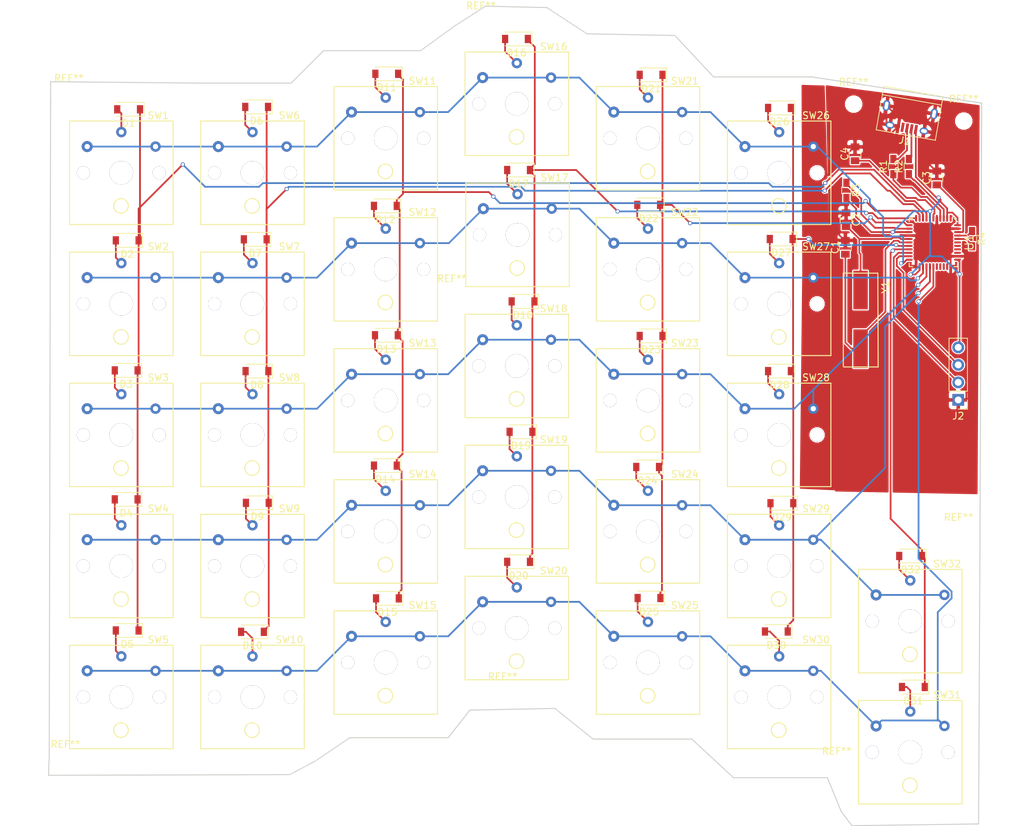
<source format=kicad_pcb>
(kicad_pcb (version 20171130) (host pcbnew "(5.0.1-3-g963ef8bb5)")
  (layers (0 F.Cu signal) (31 B.Cu signal) (34 B.Paste user) (35 F.Paste user) (36 B.SilkS user) (37 F.SilkS user) (38 B.Mask user) (39 F.Mask user) (44 Edge.Cuts user))
  (net 0 "")
  (net 1 "Net-(C1-Pad1)")
  (net 2 GND)
  (net 3 "Net-(C2-Pad2)")
  (net 4 "Net-(C3-Pad1)")
  (net 5 "Net-(C4-Pad1)")
  (net 6 /Column_1)
  (net 7 "Net-(D1-Pad2)")
  (net 8 "Net-(D2-Pad2)")
  (net 9 "Net-(D3-Pad2)")
  (net 10 "Net-(D4-Pad2)")
  (net 11 "Net-(D5-Pad2)")
  (net 12 /Column_2)
  (net 13 "Net-(D6-Pad2)")
  (net 14 "Net-(D7-Pad2)")
  (net 15 "Net-(D8-Pad2)")
  (net 16 "Net-(D9-Pad2)")
  (net 17 "Net-(D10-Pad2)")
  (net 18 /Column_3)
  (net 19 "Net-(D11-Pad2)")
  (net 20 "Net-(D12-Pad2)")
  (net 21 "Net-(D13-Pad2)")
  (net 22 "Net-(D14-Pad2)")
  (net 23 "Net-(D15-Pad2)")
  (net 24 /Column_4)
  (net 25 "Net-(D16-Pad2)")
  (net 26 "Net-(D17-Pad2)")
  (net 27 "Net-(D18-Pad2)")
  (net 28 "Net-(D19-Pad2)")
  (net 29 "Net-(D20-Pad2)")
  (net 30 /Column_5)
  (net 31 "Net-(D21-Pad2)")
  (net 32 "Net-(D22-Pad2)")
  (net 33 "Net-(D23-Pad2)")
  (net 34 "Net-(D24-Pad2)")
  (net 35 "Net-(D25-Pad2)")
  (net 36 /Column_6)
  (net 37 "Net-(D26-Pad2)")
  (net 38 "Net-(D27-Pad2)")
  (net 39 "Net-(D28-Pad2)")
  (net 40 "Net-(D29-Pad2)")
  (net 41 "Net-(D30-Pad2)")
  (net 42 /Column_7)
  (net 43 "Net-(D31-Pad2)")
  (net 44 VCC)
  (net 45 "Net-(J1-Pad2)")
  (net 46 "Net-(J1-Pad3)")
  (net 47 "Net-(J1-Pad4)")
  (net 48 /Rx)
  (net 49 /Tx)
  (net 50 "Net-(R1-Pad1)")
  (net 51 "Net-(R2-Pad1)")
  (net 52 "Net-(R3-Pad1)")
  (net 53 /Row_1)
  (net 54 /Row_2)
  (net 55 /Row_3)
  (net 56 /Row_4)
  (net 57 /Row_5)
  (net 58 "Net-(U1-Pad1)")
  (net 59 "Net-(U1-Pad36)")
  (net 60 "Net-(U1-Pad37)")
  (net 61 "Net-(U1-Pad38)")
  (net 62 "Net-(U1-Pad39)")
  (net 63 "Net-(D32-Pad2)")
  (net 64 "Net-(R4-Pad1)")
  (net 65 "Net-(R4-Pad2)")
  (net 66 "Net-(U1-Pad29)")
  (net 67 "Net-(U1-Pad30)")
  (net 68 "Net-(U1-Pad31)")
  (net 69 "Net-(U1-Pad32)")
  (module Diodes_SMD:D_SOD-123 (layer F.Cu) (at 144.45 113 180)
    (fp_text reference D29 (at 0 -2 180) (layer F.SilkS))
    (fp_text value D)
    (pad 1 smd rect (at -1.65 0 180) (size 0.9 1.2) (layers F.Cu F.Paste F.Mask) (net 36 /Column_6))
    (pad 2 smd rect (at 1.65 0 180) (size 0.9 1.2) (layers F.Cu F.Paste F.Mask) (net 40 "Net-(D29-Pad2)"))
  )
  (module Capacitors_SMD:C_0805 (layer F.Cu) (at 153.65 75.9 90)
    (fp_text reference C1 (at 0 -1.5 90) (layer F.SilkS))
    (fp_text value C_Small)
    (pad 1 smd rect (at -1 0 90) (size 1 1.25) (layers F.Cu F.Paste F.Mask) (net 1 "Net-(C1-Pad1)"))
    (pad 2 smd rect (at 1 0 90) (size 1 1.25) (layers F.Cu F.Paste F.Mask) (net 2 GND))
  )
  (module Capacitors_SMD:C_0805 (layer F.Cu) (at 153.75 71.9 270)
    (fp_text reference C2 (at 0 -1.5 270) (layer F.SilkS))
    (fp_text value C_Small)
    (pad 1 smd rect (at -1 0 270) (size 1 1.25) (layers F.Cu F.Paste F.Mask) (net 2 GND))
    (pad 2 smd rect (at 1 0 270) (size 1 1.25) (layers F.Cu F.Paste F.Mask) (net 3 "Net-(C2-Pad2)"))
  )
  (module Capacitors_SMD:C_0805 (layer F.Cu) (at 166.9 65.85 90)
    (fp_text reference C3 (at 0 -1.5 90) (layer F.SilkS))
    (fp_text value u1)
    (pad 1 smd rect (at -1 0 90) (size 1 1.25) (layers F.Cu F.Paste F.Mask) (net 4 "Net-(C3-Pad1)"))
    (pad 2 smd rect (at 1 0 90) (size 1 1.25) (layers F.Cu F.Paste F.Mask) (net 2 GND))
  )
  (module Capacitors_SMD:C_0805 (layer F.Cu) (at 155.05 62.35 90)
    (fp_text reference C4 (at 0 -1.5 90) (layer F.SilkS))
    (fp_text value 1u)
    (pad 1 smd rect (at -1 0 90) (size 1 1.25) (layers F.Cu F.Paste F.Mask) (net 5 "Net-(C4-Pad1)"))
    (pad 2 smd rect (at 1 0 90) (size 1 1.25) (layers F.Cu F.Paste F.Mask) (net 2 GND))
  )
  (module Diodes_SMD:D_SOD-123 (layer F.Cu) (at 49.8 55.9 180)
    (fp_text reference D1 (at 0 -2 180) (layer F.SilkS))
    (fp_text value D)
    (pad 1 smd rect (at -1.65 0 180) (size 0.9 1.2) (layers F.Cu F.Paste F.Mask) (net 6 /Column_1))
    (pad 2 smd rect (at 1.65 0 180) (size 0.9 1.2) (layers F.Cu F.Paste F.Mask) (net 7 "Net-(D1-Pad2)"))
  )
  (module Diodes_SMD:D_SOD-123 (layer F.Cu) (at 49.6 74.9 180)
    (fp_text reference D2 (at 0 -2 180) (layer F.SilkS))
    (fp_text value D)
    (pad 1 smd rect (at -1.65 0 180) (size 0.9 1.2) (layers F.Cu F.Paste F.Mask) (net 6 /Column_1))
    (pad 2 smd rect (at 1.65 0 180) (size 0.9 1.2) (layers F.Cu F.Paste F.Mask) (net 8 "Net-(D2-Pad2)"))
  )
  (module Diodes_SMD:D_SOD-123 (layer F.Cu) (at 49.45 93.75 180)
    (fp_text reference D3 (at 0 -2 180) (layer F.SilkS))
    (fp_text value D)
    (pad 1 smd rect (at -1.65 0 180) (size 0.9 1.2) (layers F.Cu F.Paste F.Mask) (net 6 /Column_1))
    (pad 2 smd rect (at 1.65 0 180) (size 0.9 1.2) (layers F.Cu F.Paste F.Mask) (net 9 "Net-(D3-Pad2)"))
  )
  (module Diodes_SMD:D_SOD-123 (layer F.Cu) (at 49.45 112.45 180)
    (fp_text reference D4 (at 0 -2 180) (layer F.SilkS))
    (fp_text value D)
    (pad 1 smd rect (at -1.65 0 180) (size 0.9 1.2) (layers F.Cu F.Paste F.Mask) (net 6 /Column_1))
    (pad 2 smd rect (at 1.65 0 180) (size 0.9 1.2) (layers F.Cu F.Paste F.Mask) (net 10 "Net-(D4-Pad2)"))
  )
  (module Diodes_SMD:D_SOD-123 (layer F.Cu) (at 49.6 131.45 180)
    (fp_text reference D5 (at 0 -2 180) (layer F.SilkS))
    (fp_text value D)
    (pad 1 smd rect (at -1.65 0 180) (size 0.9 1.2) (layers F.Cu F.Paste F.Mask) (net 6 /Column_1))
    (pad 2 smd rect (at 1.65 0 180) (size 0.9 1.2) (layers F.Cu F.Paste F.Mask) (net 11 "Net-(D5-Pad2)"))
  )
  (module Diodes_SMD:D_SOD-123 (layer F.Cu) (at 68.35 55.55 180)
    (fp_text reference D6 (at 0 -2 180) (layer F.SilkS))
    (fp_text value D)
    (pad 1 smd rect (at -1.65 0 180) (size 0.9 1.2) (layers F.Cu F.Paste F.Mask) (net 12 /Column_2))
    (pad 2 smd rect (at 1.65 0 180) (size 0.9 1.2) (layers F.Cu F.Paste F.Mask) (net 13 "Net-(D6-Pad2)"))
  )
  (module Diodes_SMD:D_SOD-123 (layer F.Cu) (at 68.15 74.75 180)
    (fp_text reference D7 (at 0 -2 180) (layer F.SilkS))
    (fp_text value D)
    (pad 1 smd rect (at -1.65 0 180) (size 0.9 1.2) (layers F.Cu F.Paste F.Mask) (net 12 /Column_2))
    (pad 2 smd rect (at 1.65 0 180) (size 0.9 1.2) (layers F.Cu F.Paste F.Mask) (net 14 "Net-(D7-Pad2)"))
  )
  (module Diodes_SMD:D_SOD-123 (layer F.Cu) (at 68.4 93.85 180)
    (fp_text reference D8 (at 0 -2 180) (layer F.SilkS))
    (fp_text value D)
    (pad 1 smd rect (at -1.65 0 180) (size 0.9 1.2) (layers F.Cu F.Paste F.Mask) (net 12 /Column_2))
    (pad 2 smd rect (at 1.65 0 180) (size 0.9 1.2) (layers F.Cu F.Paste F.Mask) (net 15 "Net-(D8-Pad2)"))
  )
  (module Diodes_SMD:D_SOD-123 (layer F.Cu) (at 68.45 112.95 180)
    (fp_text reference D9 (at 0 -2 180) (layer F.SilkS))
    (fp_text value D)
    (pad 1 smd rect (at -1.65 0 180) (size 0.9 1.2) (layers F.Cu F.Paste F.Mask) (net 12 /Column_2))
    (pad 2 smd rect (at 1.65 0 180) (size 0.9 1.2) (layers F.Cu F.Paste F.Mask) (net 16 "Net-(D9-Pad2)"))
  )
  (module Diodes_SMD:D_SOD-123 (layer F.Cu) (at 67.75 131.65 180)
    (fp_text reference D10 (at 0 -2 180) (layer F.SilkS))
    (fp_text value D)
    (pad 1 smd rect (at -1.65 0 180) (size 0.9 1.2) (layers F.Cu F.Paste F.Mask) (net 12 /Column_2))
    (pad 2 smd rect (at 1.65 0 180) (size 0.9 1.2) (layers F.Cu F.Paste F.Mask) (net 17 "Net-(D10-Pad2)"))
  )
  (module Diodes_SMD:D_SOD-123 (layer F.Cu) (at 87.2 50.75 180)
    (fp_text reference D11 (at 0 -2 180) (layer F.SilkS))
    (fp_text value D)
    (pad 1 smd rect (at -1.65 0 180) (size 0.9 1.2) (layers F.Cu F.Paste F.Mask) (net 18 /Column_3))
    (pad 2 smd rect (at 1.65 0 180) (size 0.9 1.2) (layers F.Cu F.Paste F.Mask) (net 19 "Net-(D11-Pad2)"))
  )
  (module Diodes_SMD:D_SOD-123 (layer F.Cu) (at 87 69.9 180)
    (fp_text reference D12 (at 0 -2 180) (layer F.SilkS))
    (fp_text value D)
    (pad 1 smd rect (at -1.65 0 180) (size 0.9 1.2) (layers F.Cu F.Paste F.Mask) (net 18 /Column_3))
    (pad 2 smd rect (at 1.65 0 180) (size 0.9 1.2) (layers F.Cu F.Paste F.Mask) (net 20 "Net-(D12-Pad2)"))
  )
  (module Diodes_SMD:D_SOD-123 (layer F.Cu) (at 87.15 88.65 180)
    (fp_text reference D13 (at 0 -2 180) (layer F.SilkS))
    (fp_text value D)
    (pad 1 smd rect (at -1.65 0 180) (size 0.9 1.2) (layers F.Cu F.Paste F.Mask) (net 18 /Column_3))
    (pad 2 smd rect (at 1.65 0 180) (size 0.9 1.2) (layers F.Cu F.Paste F.Mask) (net 21 "Net-(D13-Pad2)"))
  )
  (module Diodes_SMD:D_SOD-123 (layer F.Cu) (at 87 107.55 180)
    (fp_text reference D14 (at 0 -2 180) (layer F.SilkS))
    (fp_text value D)
    (pad 1 smd rect (at -1.65 0 180) (size 0.9 1.2) (layers F.Cu F.Paste F.Mask) (net 18 /Column_3))
    (pad 2 smd rect (at 1.65 0 180) (size 0.9 1.2) (layers F.Cu F.Paste F.Mask) (net 22 "Net-(D14-Pad2)"))
  )
  (module Diodes_SMD:D_SOD-123 (layer F.Cu) (at 87.3 126.8 180)
    (fp_text reference D15 (at 0 -2 180) (layer F.SilkS))
    (fp_text value D)
    (pad 1 smd rect (at -1.65 0 180) (size 0.9 1.2) (layers F.Cu F.Paste F.Mask) (net 18 /Column_3))
    (pad 2 smd rect (at 1.65 0 180) (size 0.9 1.2) (layers F.Cu F.Paste F.Mask) (net 23 "Net-(D15-Pad2)"))
  )
  (module Diodes_SMD:D_SOD-123 (layer F.Cu) (at 106 45.7 180)
    (fp_text reference D16 (at 0 -2 180) (layer F.SilkS))
    (fp_text value D)
    (pad 1 smd rect (at -1.65 0 180) (size 0.9 1.2) (layers F.Cu F.Paste F.Mask) (net 24 /Column_4))
    (pad 2 smd rect (at 1.65 0 180) (size 0.9 1.2) (layers F.Cu F.Paste F.Mask) (net 25 "Net-(D16-Pad2)"))
  )
  (module Diodes_SMD:D_SOD-123 (layer F.Cu) (at 106.3 64.7 180)
    (fp_text reference D17 (at 0 -2 180) (layer F.SilkS))
    (fp_text value D)
    (pad 1 smd rect (at -1.65 0 180) (size 0.9 1.2) (layers F.Cu F.Paste F.Mask) (net 24 /Column_4))
    (pad 2 smd rect (at 1.65 0 180) (size 0.9 1.2) (layers F.Cu F.Paste F.Mask) (net 26 "Net-(D17-Pad2)"))
  )
  (module Diodes_SMD:D_SOD-123 (layer F.Cu) (at 106.95 83.75 180)
    (fp_text reference D18 (at 0 -2 180) (layer F.SilkS))
    (fp_text value D)
    (pad 1 smd rect (at -1.65 0 180) (size 0.9 1.2) (layers F.Cu F.Paste F.Mask) (net 24 /Column_4))
    (pad 2 smd rect (at 1.65 0 180) (size 0.9 1.2) (layers F.Cu F.Paste F.Mask) (net 27 "Net-(D18-Pad2)"))
  )
  (module Diodes_SMD:D_SOD-123 (layer F.Cu) (at 106.65 102.65 180)
    (fp_text reference D19 (at 0 -2 180) (layer F.SilkS))
    (fp_text value D)
    (pad 1 smd rect (at -1.65 0 180) (size 0.9 1.2) (layers F.Cu F.Paste F.Mask) (net 24 /Column_4))
    (pad 2 smd rect (at 1.65 0 180) (size 0.9 1.2) (layers F.Cu F.Paste F.Mask) (net 28 "Net-(D19-Pad2)"))
  )
  (module Diodes_SMD:D_SOD-123 (layer F.Cu) (at 106.3 121.5 180)
    (fp_text reference D20 (at 0 -2 180) (layer F.SilkS))
    (fp_text value D)
    (pad 1 smd rect (at -1.65 0 180) (size 0.9 1.2) (layers F.Cu F.Paste F.Mask) (net 24 /Column_4))
    (pad 2 smd rect (at 1.65 0 180) (size 0.9 1.2) (layers F.Cu F.Paste F.Mask) (net 29 "Net-(D20-Pad2)"))
  )
  (module Diodes_SMD:D_SOD-123 (layer F.Cu) (at 125.5 50.9 180)
    (fp_text reference D21 (at 0 -2 180) (layer F.SilkS))
    (fp_text value D)
    (pad 1 smd rect (at -1.65 0 180) (size 0.9 1.2) (layers F.Cu F.Paste F.Mask) (net 30 /Column_5))
    (pad 2 smd rect (at 1.65 0 180) (size 0.9 1.2) (layers F.Cu F.Paste F.Mask) (net 31 "Net-(D21-Pad2)"))
  )
  (module Diodes_SMD:D_SOD-123 (layer F.Cu) (at 125.15 69.75 180)
    (fp_text reference D22 (at 0 -2 180) (layer F.SilkS))
    (fp_text value D)
    (pad 1 smd rect (at -1.65 0 180) (size 0.9 1.2) (layers F.Cu F.Paste F.Mask) (net 30 /Column_5))
    (pad 2 smd rect (at 1.65 0 180) (size 0.9 1.2) (layers F.Cu F.Paste F.Mask) (net 32 "Net-(D22-Pad2)"))
  )
  (module Diodes_SMD:D_SOD-123 (layer F.Cu) (at 125.5 88.75 180)
    (fp_text reference D23 (at 0 -2 180) (layer F.SilkS))
    (fp_text value D)
    (pad 1 smd rect (at -1.65 0 180) (size 0.9 1.2) (layers F.Cu F.Paste F.Mask) (net 30 /Column_5))
    (pad 2 smd rect (at 1.65 0 180) (size 0.9 1.2) (layers F.Cu F.Paste F.Mask) (net 33 "Net-(D23-Pad2)"))
  )
  (module Diodes_SMD:D_SOD-123 (layer F.Cu) (at 125 107.75 180)
    (fp_text reference D24 (at 0 -2 180) (layer F.SilkS))
    (fp_text value D)
    (pad 1 smd rect (at -1.65 0 180) (size 0.9 1.2) (layers F.Cu F.Paste F.Mask) (net 30 /Column_5))
    (pad 2 smd rect (at 1.65 0 180) (size 0.9 1.2) (layers F.Cu F.Paste F.Mask) (net 34 "Net-(D24-Pad2)"))
  )
  (module Diodes_SMD:D_SOD-123 (layer F.Cu) (at 125.2 126.75 180)
    (fp_text reference D25 (at 0 -2 180) (layer F.SilkS))
    (fp_text value D)
    (pad 1 smd rect (at -1.65 0 180) (size 0.9 1.2) (layers F.Cu F.Paste F.Mask) (net 30 /Column_5))
    (pad 2 smd rect (at 1.65 0 180) (size 0.9 1.2) (layers F.Cu F.Paste F.Mask) (net 35 "Net-(D25-Pad2)"))
  )
  (module Diodes_SMD:D_SOD-123 (layer F.Cu) (at 144.1 55.7 180)
    (fp_text reference D26 (at 0 -2 180) (layer F.SilkS))
    (fp_text value D)
    (pad 1 smd rect (at -1.65 0 180) (size 0.9 1.2) (layers F.Cu F.Paste F.Mask) (net 36 /Column_6))
    (pad 2 smd rect (at 1.65 0 180) (size 0.9 1.2) (layers F.Cu F.Paste F.Mask) (net 37 "Net-(D26-Pad2)"))
  )
  (module Diodes_SMD:D_SOD-123 (layer F.Cu) (at 144.35 74.7 180)
    (fp_text reference D27 (at 0 -2 180) (layer F.SilkS))
    (fp_text value D)
    (pad 1 smd rect (at -1.65 0 180) (size 0.9 1.2) (layers F.Cu F.Paste F.Mask) (net 36 /Column_6))
    (pad 2 smd rect (at 1.65 0 180) (size 0.9 1.2) (layers F.Cu F.Paste F.Mask) (net 38 "Net-(D27-Pad2)"))
  )
  (module Diodes_SMD:D_SOD-123 (layer F.Cu) (at 144.1 93.85 180)
    (fp_text reference D28 (at 0 -2 180) (layer F.SilkS))
    (fp_text value D)
    (pad 1 smd rect (at -1.65 0 180) (size 0.9 1.2) (layers F.Cu F.Paste F.Mask) (net 36 /Column_6))
    (pad 2 smd rect (at 1.65 0 180) (size 0.9 1.2) (layers F.Cu F.Paste F.Mask) (net 39 "Net-(D28-Pad2)"))
  )
  (module Diodes_SMD:D_SOD-123 (layer F.Cu) (at 143.65 131.6 180)
    (fp_text reference D30 (at 0 -2 180) (layer F.SilkS))
    (fp_text value D)
    (pad 1 smd rect (at -1.65 0 180) (size 0.9 1.2) (layers F.Cu F.Paste F.Mask) (net 36 /Column_6))
    (pad 2 smd rect (at 1.65 0 180) (size 0.9 1.2) (layers F.Cu F.Paste F.Mask) (net 41 "Net-(D30-Pad2)"))
  )
  (module Diodes_SMD:D_SOD-123 (layer F.Cu) (at 163.5 139.65 180)
    (fp_text reference D31 (at 0 -2 180) (layer F.SilkS))
    (fp_text value D)
    (pad 1 smd rect (at -1.65 0 180) (size 0.9 1.2) (layers F.Cu F.Paste F.Mask) (net 42 /Column_7))
    (pad 2 smd rect (at 1.65 0 180) (size 0.9 1.2) (layers F.Cu F.Paste F.Mask) (net 43 "Net-(D31-Pad2)"))
  )
  (module Connectors:USB_Micro-B (layer F.Cu) (at 162.812402 57.287259 170)
    (fp_text reference J1 (at 0 -3.24 170) (layer F.SilkS))
    (fp_text value USB_OTG)
    (pad 1 smd rect (at -1.3 -1.35 260) (size 1.35 0.4) (layers F.Cu F.Paste F.Mask) (net 44 VCC))
    (pad 2 smd rect (at -0.65 -1.35 260) (size 1.35 0.4) (layers F.Cu F.Paste F.Mask) (net 45 "Net-(J1-Pad2)"))
    (pad 3 smd rect (at 0 -1.35 260) (size 1.35 0.4) (layers F.Cu F.Paste F.Mask) (net 46 "Net-(J1-Pad3)"))
    (pad 4 smd rect (at 0.65 -1.35 260) (size 1.35 0.4) (layers F.Cu F.Paste F.Mask) (net 47 "Net-(J1-Pad4)"))
    (pad 5 smd rect (at 1.3 -1.35 260) (size 1.35 0.4) (layers F.Cu F.Paste F.Mask) (net 2 GND))
    (pad 6 thru_hole oval (at -2.5 -1.35 260) (size 0.95 1.25) (drill oval 0.55 0.85) (layers *.Cu *.Mask) (net 2 GND))
    (pad 6 thru_hole oval (at 2.5 -1.35 260) (size 0.95 1.25) (drill oval 0.55 0.85) (layers *.Cu *.Mask) (net 2 GND))
    (pad 6 thru_hole oval (at -3.5 1.35 260) (size 1.55 1) (drill oval 1.15 0.5) (layers *.Cu *.Mask) (net 2 GND))
    (pad 6 thru_hole oval (at 3.5 1.35 260) (size 1.55 1) (drill oval 1.15 0.5) (layers *.Cu *.Mask) (net 2 GND))
  )
  (module Pin_Headers:Pin_Header_Straight_1x04_Pitch2.54mm (layer F.Cu) (at 170 98.03 180)
    (fp_text reference J2 (at 0 -2.33 180) (layer F.SilkS))
    (fp_text value Conn_01x04)
    (pad 1 thru_hole rect (at 0 0 180) (size 1.7 1.7) (drill 1) (layers *.Cu *.Mask) (net 2 GND))
    (pad 2 thru_hole oval (at 0 2.54 180) (size 1.7 1.7) (drill 1) (layers *.Cu *.Mask) (net 48 /Rx))
    (pad 3 thru_hole oval (at 0 5.08 180) (size 1.7 1.7) (drill 1) (layers *.Cu *.Mask) (net 49 /Tx))
    (pad 4 thru_hole oval (at 0 7.62 180) (size 1.7 1.7) (drill 1) (layers *.Cu *.Mask) (net 44 VCC))
  )
  (module Resistors_SMD:R_0603_HandSoldering (layer F.Cu) (at 160.6 64.2 90)
    (fp_text reference R1 (at 0 -1.45 90) (layer F.SilkS))
    (fp_text value 22)
    (pad 1 smd rect (at -1.1 0 90) (size 1.2 0.9) (layers F.Cu F.Paste F.Mask) (net 50 "Net-(R1-Pad1)"))
    (pad 2 smd rect (at 1.1 0 90) (size 1.2 0.9) (layers F.Cu F.Paste F.Mask) (net 46 "Net-(J1-Pad3)"))
  )
  (module Resistors_SMD:R_0603_HandSoldering (layer F.Cu) (at 162.85 64.2 90)
    (fp_text reference R2 (at 0 -1.45 90) (layer F.SilkS))
    (fp_text value 22)
    (pad 1 smd rect (at -1.1 0 90) (size 1.2 0.9) (layers F.Cu F.Paste F.Mask) (net 51 "Net-(R2-Pad1)"))
    (pad 2 smd rect (at 1.1 0 90) (size 1.2 0.9) (layers F.Cu F.Paste F.Mask) (net 45 "Net-(J1-Pad2)"))
  )
  (module Resistors_SMD:R_0603_HandSoldering (layer F.Cu) (at 153.8 67.65 270)
    (fp_text reference R3 (at 0 -1.45 270) (layer F.SilkS))
    (fp_text value 10k)
    (pad 1 smd rect (at -1.1 0 270) (size 1.2 0.9) (layers F.Cu F.Paste F.Mask) (net 52 "Net-(R3-Pad1)"))
    (pad 2 smd rect (at 1.1 0 270) (size 1.2 0.9) (layers F.Cu F.Paste F.Mask) (net 44 VCC))
  )
  (module ourglass_v7:QFN_44 (layer F.Cu) (at 166.4 75.2 270)
    (fp_text reference U1 (at 0 -5.2 270) (layer F.SilkS) (effects (font (size 1.2 1.2))))
    (fp_text value ATMEGA32U4-MU)
    (pad 1 smd oval (at -3.5 -2.5) (size 0.3 1) (layers F.Cu F.Paste F.Mask) (net 58 "Net-(U1-Pad1)"))
    (pad 2 smd oval (at -3.5 -2) (size 0.3 1) (layers F.Cu F.Paste F.Mask) (net 44 VCC))
    (pad 3 smd oval (at -3.5 -1.5) (size 0.3 1) (layers F.Cu F.Paste F.Mask) (net 51 "Net-(R2-Pad1)"))
    (pad 4 smd oval (at -3.5 -1) (size 0.3 1) (layers F.Cu F.Paste F.Mask) (net 50 "Net-(R1-Pad1)"))
    (pad 5 smd oval (at -3.5 -0.5) (size 0.3 1) (layers F.Cu F.Paste F.Mask) (net 2 GND))
    (pad 6 smd oval (at -3.5 0) (size 0.3 1) (layers F.Cu F.Paste F.Mask) (net 5 "Net-(C4-Pad1)"))
    (pad 7 smd oval (at -3.5 0.5) (size 0.3 1) (layers F.Cu F.Paste F.Mask) (net 44 VCC))
    (pad 8 smd oval (at -3.5 1) (size 0.3 1) (layers F.Cu F.Paste F.Mask) (net 6 /Column_1))
    (pad 9 smd oval (at -3.5 1.5) (size 0.3 1) (layers F.Cu F.Paste F.Mask) (net 12 /Column_2))
    (pad 10 smd oval (at -3.5 2) (size 0.3 1) (layers F.Cu F.Paste F.Mask) (net 18 /Column_3))
    (pad 11 smd oval (at -3.5 2.5) (size 0.3 1) (layers F.Cu F.Paste F.Mask) (net 24 /Column_4))
    (pad 12 smd oval (at -2.5 3.5 270) (size 0.3 1) (layers F.Cu F.Paste F.Mask) (net 30 /Column_5))
    (pad 13 smd oval (at -2 3.5 270) (size 0.3 1) (layers F.Cu F.Paste F.Mask) (net 52 "Net-(R3-Pad1)"))
    (pad 14 smd oval (at -1.5 3.5 270) (size 0.3 1) (layers F.Cu F.Paste F.Mask) (net 44 VCC))
    (pad 15 smd oval (at -1 3.5 270) (size 0.3 1) (layers F.Cu F.Paste F.Mask) (net 2 GND))
    (pad 16 smd oval (at -0.5 3.5 270) (size 0.3 1) (layers F.Cu F.Paste F.Mask) (net 3 "Net-(C2-Pad2)"))
    (pad 17 smd oval (at 0 3.5 270) (size 0.3 1) (layers F.Cu F.Paste F.Mask) (net 1 "Net-(C1-Pad1)"))
    (pad 18 smd oval (at 0.5 3.5 270) (size 0.3 1) (layers F.Cu F.Paste F.Mask) (net 36 /Column_6))
    (pad 19 smd oval (at 1 3.5 270) (size 0.3 1) (layers F.Cu F.Paste F.Mask) (net 42 /Column_7))
    (pad 20 smd oval (at 1.5 3.5 270) (size 0.3 1) (layers F.Cu F.Paste F.Mask) (net 48 /Rx))
    (pad 21 smd oval (at 2 3.5 270) (size 0.3 1) (layers F.Cu F.Paste F.Mask) (net 49 /Tx))
    (pad 22 smd oval (at 2.5 3.5 270) (size 0.3 1) (layers F.Cu F.Paste F.Mask) (net 53 /Row_1))
    (pad 23 smd oval (at 3.5 2.5) (size 0.3 1) (layers F.Cu F.Paste F.Mask) (net 2 GND))
    (pad 24 smd oval (at 3.5 2) (size 0.3 1) (layers F.Cu F.Paste F.Mask) (net 44 VCC))
    (pad 25 smd oval (at 3.5 1.5) (size 0.3 1) (layers F.Cu F.Paste F.Mask) (net 54 /Row_2))
    (pad 26 smd oval (at 3.5 1) (size 0.3 1) (layers F.Cu F.Paste F.Mask) (net 55 /Row_3))
    (pad 27 smd oval (at 3.5 0.5) (size 0.3 1) (layers F.Cu F.Paste F.Mask) (net 56 /Row_4))
    (pad 28 smd oval (at 3.5 0) (size 0.3 1) (layers F.Cu F.Paste F.Mask) (net 57 /Row_5))
    (pad 29 smd oval (at 3.5 -0.5) (size 0.3 1) (layers F.Cu F.Paste F.Mask) (net 66 "Net-(U1-Pad29)"))
    (pad 30 smd oval (at 3.5 -1) (size 0.3 1) (layers F.Cu F.Paste F.Mask) (net 67 "Net-(U1-Pad30)"))
    (pad 31 smd oval (at 3.5 -1.5) (size 0.3 1) (layers F.Cu F.Paste F.Mask) (net 68 "Net-(U1-Pad31)"))
    (pad 32 smd oval (at 3.5 -2) (size 0.3 1) (layers F.Cu F.Paste F.Mask) (net 69 "Net-(U1-Pad32)"))
    (pad 33 smd oval (at 3.5 -2.5) (size 0.3 1) (layers F.Cu F.Paste F.Mask) (net 2 GND))
    (pad 34 smd oval (at 2.5 -3.5 270) (size 0.3 1) (layers F.Cu F.Paste F.Mask) (net 44 VCC))
    (pad 35 smd oval (at 2 -3.5 270) (size 0.3 1) (layers F.Cu F.Paste F.Mask) (net 2 GND))
    (pad 36 smd oval (at 1.5 -3.5 270) (size 0.3 1) (layers F.Cu F.Paste F.Mask) (net 59 "Net-(U1-Pad36)"))
    (pad 37 smd oval (at 1 -3.5 270) (size 0.3 1) (layers F.Cu F.Paste F.Mask) (net 60 "Net-(U1-Pad37)"))
    (pad 38 smd oval (at 0.5 -3.5 270) (size 0.3 1) (layers F.Cu F.Paste F.Mask) (net 61 "Net-(U1-Pad38)"))
    (pad 39 smd oval (at 0 -3.5 270) (size 0.3 1) (layers F.Cu F.Paste F.Mask) (net 62 "Net-(U1-Pad39)"))
    (pad 40 smd oval (at -0.5 -3.5 270) (size 0.3 1) (layers F.Cu F.Paste F.Mask) (net 65 "Net-(R4-Pad2)"))
    (pad 41 smd oval (at -1 -3.5 270) (size 0.3 1) (layers F.Cu F.Paste F.Mask) (net 64 "Net-(R4-Pad1)"))
    (pad 42 smd oval (at -1.5 -3.5 270) (size 0.3 1) (layers F.Cu F.Paste F.Mask) (net 4 "Net-(C3-Pad1)"))
    (pad 43 smd oval (at -2 -3.5 270) (size 0.3 1) (layers F.Cu F.Paste F.Mask) (net 2 GND))
    (pad 44 smd oval (at -2.5 -3.5 270) (size 0.3 1) (layers F.Cu F.Paste F.Mask) (net 44 VCC))
  )
  (module ourglass_v7:crystal_butterfly (layer F.Cu) (at 155.85 86.35 90)
    (fp_text reference Y1 (at 4.65 3.6 90) (layer F.SilkS))
    (fp_text value Crystal)
    (pad 1 smd rect (at -4.25 0 90) (size 5.6 2.1) (layers F.Cu F.Paste F.Mask) (net 1 "Net-(C1-Pad1)"))
    (pad 2 smd rect (at 4.25 0 90) (size 5.6 2.1) (layers F.Cu F.Paste F.Mask) (net 3 "Net-(C2-Pad2)"))
  )
  (module Diodes_SMD:D_SOD-123 (layer F.Cu) (at 163.1 120.65 180)
    (fp_text reference D32 (at 0 -2 180) (layer F.SilkS))
    (fp_text value D)
    (pad 1 smd rect (at -1.65 0 180) (size 0.9 1.2) (layers F.Cu F.Paste F.Mask) (net 42 /Column_7))
    (pad 2 smd rect (at 1.65 0 180) (size 0.9 1.2) (layers F.Cu F.Paste F.Mask) (net 63 "Net-(D32-Pad2)"))
  )
  (module Resistors_SMD:R_0603_HandSoldering (layer F.Cu) (at 172 74.65 270)
    (fp_text reference R4 (at 0 -1.45 270) (layer F.SilkS))
    (fp_text value 0)
    (pad 1 smd rect (at -1.1 0 270) (size 1.2 0.9) (layers F.Cu F.Paste F.Mask) (net 64 "Net-(R4-Pad1)"))
    (pad 2 smd rect (at 1.1 0 270) (size 1.2 0.9) (layers F.Cu F.Paste F.Mask) (net 65 "Net-(R4-Pad2)"))
  )
  (module Mounting_Holes:MountingHole_2.2mm_M2 (layer F.Cu) (at 41.15 54.6)
    (fp_text reference REF** (at 0 -3.2) (layer F.SilkS))
    (fp_text value MountingHole_2.2mm_M2)
    (pad 1 np_thru_hole circle (at 0 0) (size 2.2 2.2) (drill 2.2) (layers *.Cu *.Mask))
  )
  (module Mounting_Holes:MountingHole_2.2mm_M2 (layer F.Cu) (at 154.85 55.15)
    (fp_text reference REF** (at 0 -3.2) (layer F.SilkS))
    (fp_text value MountingHole_2.2mm_M2 hide)
    (pad 1 np_thru_hole circle (at 0 0) (size 2.2 2.2) (drill 2.2) (layers *.Cu *.Mask))
  )
  (module Mounting_Holes:MountingHole_2.2mm_M2 (layer F.Cu) (at 170.8 57.6)
    (fp_text reference REF** (at 0 -3.2) (layer F.SilkS))
    (fp_text value MountingHole_2.2mm_M2 hide)
    (pad 1 np_thru_hole circle (at 0 0) (size 2.2 2.2) (drill 2.2) (layers *.Cu *.Mask))
  )
  (module Mounting_Holes:MountingHole_2.2mm_M2 (layer F.Cu) (at 100.85 44.1)
    (fp_text reference REF** (at 0 -3.2) (layer F.SilkS))
    (fp_text value MountingHole_2.2mm_M2)
    (pad 1 np_thru_hole circle (at 0 0) (size 2.2 2.2) (drill 2.2) (layers *.Cu *.Mask))
  )
  (module Mounting_Holes:MountingHole_2.2mm_M2 (layer F.Cu) (at 96.65 83.65)
    (fp_text reference REF** (at 0 -3.2) (layer F.SilkS))
    (fp_text value MountingHole_2.2mm_M2)
    (pad 1 np_thru_hole circle (at 0 0) (size 2.2 2.2) (drill 2.2) (layers *.Cu *.Mask))
  )
  (module Mounting_Holes:MountingHole_2.2mm_M2 (layer F.Cu) (at 40.65 151.15)
    (fp_text reference REF** (at 0 -3.2) (layer F.SilkS))
    (fp_text value MountingHole_2.2mm_M2)
    (pad 1 np_thru_hole circle (at 0 0) (size 2.2 2.2) (drill 2.2) (layers *.Cu *.Mask))
  )
  (module Mounting_Holes:MountingHole_2.2mm_M2 (layer F.Cu) (at 104 141.35)
    (fp_text reference REF** (at 0 -3.2) (layer F.SilkS))
    (fp_text value MountingHole_2.2mm_M2)
    (pad 1 np_thru_hole circle (at 0 0) (size 2.2 2.2) (drill 2.2) (layers *.Cu *.Mask))
  )
  (module Mounting_Holes:MountingHole_2.2mm_M2 (layer F.Cu) (at 152.4 152.15)
    (fp_text reference REF** (at 0 -3.2) (layer F.SilkS))
    (fp_text value MountingHole_2.2mm_M2)
    (pad 1 np_thru_hole circle (at 0 0) (size 2.2 2.2) (drill 2.2) (layers *.Cu *.Mask))
  )
  (module Mounting_Holes:MountingHole_2.2mm_M2 (layer F.Cu) (at 170.05 118.25)
    (fp_text reference REF** (at 0 -3.2) (layer F.SilkS))
    (fp_text value MountingHole_2.2mm_M2)
    (pad 1 np_thru_hole circle (at 0 0) (size 2.2 2.2) (drill 2.2) (layers *.Cu *.Mask))
  )
  (module kailh:Kailh_low_profile (layer F.Cu) (at 48.75 65.1)
    (fp_text reference SW1 (at 5.35 -8.3) (layer F.SilkS))
    (fp_text value SW_Push)
    (pad "" thru_hole circle (at 0 0) (size 3.4 3.4) (drill 3.4) (layers *.Cu *.Mask))
    (pad "" thru_hole circle (at 5.5 0) (size 1.9 1.9) (drill 1.9) (layers *.Cu *.Mask))
    (pad "" thru_hole circle (at -5.5 0) (size 1.9 1.9) (drill 1.9) (layers *.Cu *.Mask))
    (pad 2 thru_hole circle (at 0 -5.9) (size 1.5 1.5) (drill 0.762) (layers *.Cu *.Mask) (net 7 "Net-(D1-Pad2)"))
    (pad 1 thru_hole circle (at 4.95 -3.8) (size 1.5 1.5) (drill 0.762) (layers *.Cu *.Mask) (net 53 /Row_1))
    (pad 1 thru_hole circle (at -4.95 -3.8) (size 1.6 1.6) (drill 0.762) (layers *.Cu *.Mask) (net 53 /Row_1))
  )
  (module kailh:Kailh_low_profile (layer F.Cu) (at 48.75 84.1)
    (fp_text reference SW2 (at 5.35 -8.3) (layer F.SilkS))
    (fp_text value SW_Push)
    (pad "" thru_hole circle (at 0 0) (size 3.4 3.4) (drill 3.4) (layers *.Cu *.Mask))
    (pad "" thru_hole circle (at 5.5 0) (size 1.9 1.9) (drill 1.9) (layers *.Cu *.Mask))
    (pad "" thru_hole circle (at -5.5 0) (size 1.9 1.9) (drill 1.9) (layers *.Cu *.Mask))
    (pad 2 thru_hole circle (at 0 -5.9) (size 1.5 1.5) (drill 0.762) (layers *.Cu *.Mask) (net 8 "Net-(D2-Pad2)"))
    (pad 1 thru_hole circle (at 4.95 -3.8) (size 1.5 1.5) (drill 0.762) (layers *.Cu *.Mask) (net 54 /Row_2))
    (pad 1 thru_hole circle (at -4.95 -3.8) (size 1.6 1.6) (drill 0.762) (layers *.Cu *.Mask) (net 54 /Row_2))
  )
  (module kailh:Kailh_low_profile (layer F.Cu) (at 48.75 103.1)
    (fp_text reference SW3 (at 5.35 -8.3) (layer F.SilkS))
    (fp_text value SW_Push)
    (pad "" thru_hole circle (at 0 0) (size 3.4 3.4) (drill 3.4) (layers *.Cu *.Mask))
    (pad "" thru_hole circle (at 5.5 0) (size 1.9 1.9) (drill 1.9) (layers *.Cu *.Mask))
    (pad "" thru_hole circle (at -5.5 0) (size 1.9 1.9) (drill 1.9) (layers *.Cu *.Mask))
    (pad 2 thru_hole circle (at 0 -5.9) (size 1.5 1.5) (drill 0.762) (layers *.Cu *.Mask) (net 9 "Net-(D3-Pad2)"))
    (pad 1 thru_hole circle (at 4.95 -3.8) (size 1.5 1.5) (drill 0.762) (layers *.Cu *.Mask) (net 55 /Row_3))
    (pad 1 thru_hole circle (at -4.95 -3.8) (size 1.6 1.6) (drill 0.762) (layers *.Cu *.Mask) (net 55 /Row_3))
  )
  (module kailh:Kailh_low_profile (layer F.Cu) (at 48.75 122.1)
    (fp_text reference SW4 (at 5.35 -8.3) (layer F.SilkS))
    (fp_text value SW_Push)
    (pad "" thru_hole circle (at 0 0) (size 3.4 3.4) (drill 3.4) (layers *.Cu *.Mask))
    (pad "" thru_hole circle (at 5.5 0) (size 1.9 1.9) (drill 1.9) (layers *.Cu *.Mask))
    (pad "" thru_hole circle (at -5.5 0) (size 1.9 1.9) (drill 1.9) (layers *.Cu *.Mask))
    (pad 2 thru_hole circle (at 0 -5.9) (size 1.5 1.5) (drill 0.762) (layers *.Cu *.Mask) (net 10 "Net-(D4-Pad2)"))
    (pad 1 thru_hole circle (at 4.95 -3.8) (size 1.5 1.5) (drill 0.762) (layers *.Cu *.Mask) (net 56 /Row_4))
    (pad 1 thru_hole circle (at -4.95 -3.8) (size 1.6 1.6) (drill 0.762) (layers *.Cu *.Mask) (net 56 /Row_4))
  )
  (module kailh:Kailh_low_profile (layer F.Cu) (at 48.75 141.1)
    (fp_text reference SW5 (at 5.35 -8.3) (layer F.SilkS))
    (fp_text value SW_Push)
    (pad "" thru_hole circle (at 0 0) (size 3.4 3.4) (drill 3.4) (layers *.Cu *.Mask))
    (pad "" thru_hole circle (at 5.5 0) (size 1.9 1.9) (drill 1.9) (layers *.Cu *.Mask))
    (pad "" thru_hole circle (at -5.5 0) (size 1.9 1.9) (drill 1.9) (layers *.Cu *.Mask))
    (pad 2 thru_hole circle (at 0 -5.9) (size 1.5 1.5) (drill 0.762) (layers *.Cu *.Mask) (net 11 "Net-(D5-Pad2)"))
    (pad 1 thru_hole circle (at 4.95 -3.8) (size 1.5 1.5) (drill 0.762) (layers *.Cu *.Mask) (net 57 /Row_5))
    (pad 1 thru_hole circle (at -4.95 -3.8) (size 1.6 1.6) (drill 0.762) (layers *.Cu *.Mask) (net 57 /Row_5))
  )
  (module kailh:Kailh_low_profile (layer F.Cu) (at 67.75 65.1)
    (fp_text reference SW6 (at 5.35 -8.3) (layer F.SilkS))
    (fp_text value SW_Push)
    (pad "" thru_hole circle (at 0 0) (size 3.4 3.4) (drill 3.4) (layers *.Cu *.Mask))
    (pad "" thru_hole circle (at 5.5 0) (size 1.9 1.9) (drill 1.9) (layers *.Cu *.Mask))
    (pad "" thru_hole circle (at -5.5 0) (size 1.9 1.9) (drill 1.9) (layers *.Cu *.Mask))
    (pad 2 thru_hole circle (at 0 -5.9) (size 1.5 1.5) (drill 0.762) (layers *.Cu *.Mask) (net 13 "Net-(D6-Pad2)"))
    (pad 1 thru_hole circle (at 4.95 -3.8) (size 1.5 1.5) (drill 0.762) (layers *.Cu *.Mask) (net 53 /Row_1))
    (pad 1 thru_hole circle (at -4.95 -3.8) (size 1.6 1.6) (drill 0.762) (layers *.Cu *.Mask) (net 53 /Row_1))
  )
  (module kailh:Kailh_low_profile (layer F.Cu) (at 67.75 84.1)
    (fp_text reference SW7 (at 5.35 -8.3) (layer F.SilkS))
    (fp_text value SW_Push)
    (pad "" thru_hole circle (at 0 0) (size 3.4 3.4) (drill 3.4) (layers *.Cu *.Mask))
    (pad "" thru_hole circle (at 5.5 0) (size 1.9 1.9) (drill 1.9) (layers *.Cu *.Mask))
    (pad "" thru_hole circle (at -5.5 0) (size 1.9 1.9) (drill 1.9) (layers *.Cu *.Mask))
    (pad 2 thru_hole circle (at 0 -5.9) (size 1.5 1.5) (drill 0.762) (layers *.Cu *.Mask) (net 14 "Net-(D7-Pad2)"))
    (pad 1 thru_hole circle (at 4.95 -3.8) (size 1.5 1.5) (drill 0.762) (layers *.Cu *.Mask) (net 54 /Row_2))
    (pad 1 thru_hole circle (at -4.95 -3.8) (size 1.6 1.6) (drill 0.762) (layers *.Cu *.Mask) (net 54 /Row_2))
  )
  (module kailh:Kailh_low_profile (layer F.Cu) (at 67.75 103.1)
    (fp_text reference SW8 (at 5.35 -8.3) (layer F.SilkS))
    (fp_text value SW_Push)
    (pad "" thru_hole circle (at 0 0) (size 3.4 3.4) (drill 3.4) (layers *.Cu *.Mask))
    (pad "" thru_hole circle (at 5.5 0) (size 1.9 1.9) (drill 1.9) (layers *.Cu *.Mask))
    (pad "" thru_hole circle (at -5.5 0) (size 1.9 1.9) (drill 1.9) (layers *.Cu *.Mask))
    (pad 2 thru_hole circle (at 0 -5.9) (size 1.5 1.5) (drill 0.762) (layers *.Cu *.Mask) (net 15 "Net-(D8-Pad2)"))
    (pad 1 thru_hole circle (at 4.95 -3.8) (size 1.5 1.5) (drill 0.762) (layers *.Cu *.Mask) (net 55 /Row_3))
    (pad 1 thru_hole circle (at -4.95 -3.8) (size 1.6 1.6) (drill 0.762) (layers *.Cu *.Mask) (net 55 /Row_3))
  )
  (module kailh:Kailh_low_profile (layer F.Cu) (at 67.75 122.1)
    (fp_text reference SW9 (at 5.35 -8.3) (layer F.SilkS))
    (fp_text value SW_Push)
    (pad "" thru_hole circle (at 0 0) (size 3.4 3.4) (drill 3.4) (layers *.Cu *.Mask))
    (pad "" thru_hole circle (at 5.5 0) (size 1.9 1.9) (drill 1.9) (layers *.Cu *.Mask))
    (pad "" thru_hole circle (at -5.5 0) (size 1.9 1.9) (drill 1.9) (layers *.Cu *.Mask))
    (pad 2 thru_hole circle (at 0 -5.9) (size 1.5 1.5) (drill 0.762) (layers *.Cu *.Mask) (net 16 "Net-(D9-Pad2)"))
    (pad 1 thru_hole circle (at 4.95 -3.8) (size 1.5 1.5) (drill 0.762) (layers *.Cu *.Mask) (net 56 /Row_4))
    (pad 1 thru_hole circle (at -4.95 -3.8) (size 1.6 1.6) (drill 0.762) (layers *.Cu *.Mask) (net 56 /Row_4))
  )
  (module kailh:Kailh_low_profile (layer F.Cu) (at 67.75 141.1)
    (fp_text reference SW10 (at 5.35 -8.3) (layer F.SilkS))
    (fp_text value SW_Push)
    (pad "" thru_hole circle (at 0 0) (size 3.4 3.4) (drill 3.4) (layers *.Cu *.Mask))
    (pad "" thru_hole circle (at 5.5 0) (size 1.9 1.9) (drill 1.9) (layers *.Cu *.Mask))
    (pad "" thru_hole circle (at -5.5 0) (size 1.9 1.9) (drill 1.9) (layers *.Cu *.Mask))
    (pad 2 thru_hole circle (at 0 -5.9) (size 1.5 1.5) (drill 0.762) (layers *.Cu *.Mask) (net 17 "Net-(D10-Pad2)"))
    (pad 1 thru_hole circle (at 4.95 -3.8) (size 1.5 1.5) (drill 0.762) (layers *.Cu *.Mask) (net 57 /Row_5))
    (pad 1 thru_hole circle (at -4.95 -3.8) (size 1.6 1.6) (drill 0.762) (layers *.Cu *.Mask) (net 57 /Row_5))
  )
  (module kailh:Kailh_low_profile (layer F.Cu) (at 87.05 60.1)
    (fp_text reference SW11 (at 5.35 -8.3) (layer F.SilkS))
    (fp_text value SW_Push)
    (pad "" thru_hole circle (at 0 0) (size 3.4 3.4) (drill 3.4) (layers *.Cu *.Mask))
    (pad "" thru_hole circle (at 5.5 0) (size 1.9 1.9) (drill 1.9) (layers *.Cu *.Mask))
    (pad "" thru_hole circle (at -5.5 0) (size 1.9 1.9) (drill 1.9) (layers *.Cu *.Mask))
    (pad 2 thru_hole circle (at 0 -5.9) (size 1.5 1.5) (drill 0.762) (layers *.Cu *.Mask) (net 19 "Net-(D11-Pad2)"))
    (pad 1 thru_hole circle (at 4.95 -3.8) (size 1.5 1.5) (drill 0.762) (layers *.Cu *.Mask) (net 53 /Row_1))
    (pad 1 thru_hole circle (at -4.95 -3.8) (size 1.6 1.6) (drill 0.762) (layers *.Cu *.Mask) (net 53 /Row_1))
  )
  (module kailh:Kailh_low_profile (layer F.Cu) (at 87.05 79.1)
    (fp_text reference SW12 (at 5.35 -8.3) (layer F.SilkS))
    (fp_text value SW_Push)
    (pad "" thru_hole circle (at 0 0) (size 3.4 3.4) (drill 3.4) (layers *.Cu *.Mask))
    (pad "" thru_hole circle (at 5.5 0) (size 1.9 1.9) (drill 1.9) (layers *.Cu *.Mask))
    (pad "" thru_hole circle (at -5.5 0) (size 1.9 1.9) (drill 1.9) (layers *.Cu *.Mask))
    (pad 2 thru_hole circle (at 0 -5.9) (size 1.5 1.5) (drill 0.762) (layers *.Cu *.Mask) (net 20 "Net-(D12-Pad2)"))
    (pad 1 thru_hole circle (at 4.95 -3.8) (size 1.5 1.5) (drill 0.762) (layers *.Cu *.Mask) (net 54 /Row_2))
    (pad 1 thru_hole circle (at -4.95 -3.8) (size 1.6 1.6) (drill 0.762) (layers *.Cu *.Mask) (net 54 /Row_2))
  )
  (module kailh:Kailh_low_profile (layer F.Cu) (at 87.05 98.1)
    (fp_text reference SW13 (at 5.35 -8.3) (layer F.SilkS))
    (fp_text value SW_Push)
    (pad 1 thru_hole circle (at -4.95 -3.8) (size 1.6 1.6) (drill 0.762) (layers *.Cu *.Mask) (net 55 /Row_3))
    (pad 1 thru_hole circle (at 4.95 -3.8) (size 1.5 1.5) (drill 0.762) (layers *.Cu *.Mask) (net 55 /Row_3))
    (pad 2 thru_hole circle (at 0 -5.9) (size 1.5 1.5) (drill 0.762) (layers *.Cu *.Mask) (net 21 "Net-(D13-Pad2)"))
    (pad "" thru_hole circle (at -5.5 0) (size 1.9 1.9) (drill 1.9) (layers *.Cu *.Mask))
    (pad "" thru_hole circle (at 5.5 0) (size 1.9 1.9) (drill 1.9) (layers *.Cu *.Mask))
    (pad "" thru_hole circle (at 0 0) (size 3.4 3.4) (drill 3.4) (layers *.Cu *.Mask))
  )
  (module kailh:Kailh_low_profile (layer F.Cu) (at 87.05 117.1)
    (fp_text reference SW14 (at 5.35 -8.3) (layer F.SilkS))
    (fp_text value SW_Push)
    (pad 1 thru_hole circle (at -4.95 -3.8) (size 1.6 1.6) (drill 0.762) (layers *.Cu *.Mask) (net 56 /Row_4))
    (pad 1 thru_hole circle (at 4.95 -3.8) (size 1.5 1.5) (drill 0.762) (layers *.Cu *.Mask) (net 56 /Row_4))
    (pad 2 thru_hole circle (at 0 -5.9) (size 1.5 1.5) (drill 0.762) (layers *.Cu *.Mask) (net 22 "Net-(D14-Pad2)"))
    (pad "" thru_hole circle (at -5.5 0) (size 1.9 1.9) (drill 1.9) (layers *.Cu *.Mask))
    (pad "" thru_hole circle (at 5.5 0) (size 1.9 1.9) (drill 1.9) (layers *.Cu *.Mask))
    (pad "" thru_hole circle (at 0 0) (size 3.4 3.4) (drill 3.4) (layers *.Cu *.Mask))
  )
  (module kailh:Kailh_low_profile (layer F.Cu) (at 87.05 136.1)
    (fp_text reference SW15 (at 5.35 -8.3) (layer F.SilkS))
    (fp_text value SW_Push)
    (pad "" thru_hole circle (at 0 0) (size 3.4 3.4) (drill 3.4) (layers *.Cu *.Mask))
    (pad "" thru_hole circle (at 5.5 0) (size 1.9 1.9) (drill 1.9) (layers *.Cu *.Mask))
    (pad "" thru_hole circle (at -5.5 0) (size 1.9 1.9) (drill 1.9) (layers *.Cu *.Mask))
    (pad 2 thru_hole circle (at 0 -5.9) (size 1.5 1.5) (drill 0.762) (layers *.Cu *.Mask) (net 23 "Net-(D15-Pad2)"))
    (pad 1 thru_hole circle (at 4.95 -3.8) (size 1.5 1.5) (drill 0.762) (layers *.Cu *.Mask) (net 57 /Row_5))
    (pad 1 thru_hole circle (at -4.95 -3.8) (size 1.6 1.6) (drill 0.762) (layers *.Cu *.Mask) (net 57 /Row_5))
  )
  (module kailh:Kailh_low_profile (layer F.Cu) (at 106.05 55.1)
    (fp_text reference SW16 (at 5.35 -8.3) (layer F.SilkS))
    (fp_text value SW_Push)
    (pad 1 thru_hole circle (at -4.95 -3.8) (size 1.6 1.6) (drill 0.762) (layers *.Cu *.Mask) (net 53 /Row_1))
    (pad 1 thru_hole circle (at 4.95 -3.8) (size 1.5 1.5) (drill 0.762) (layers *.Cu *.Mask) (net 53 /Row_1))
    (pad 2 thru_hole circle (at 0 -5.9) (size 1.5 1.5) (drill 0.762) (layers *.Cu *.Mask) (net 25 "Net-(D16-Pad2)"))
    (pad "" thru_hole circle (at -5.5 0) (size 1.9 1.9) (drill 1.9) (layers *.Cu *.Mask))
    (pad "" thru_hole circle (at 5.5 0) (size 1.9 1.9) (drill 1.9) (layers *.Cu *.Mask))
    (pad "" thru_hole circle (at 0 0) (size 3.4 3.4) (drill 3.4) (layers *.Cu *.Mask))
  )
  (module kailh:Kailh_low_profile (layer F.Cu) (at 106.15 74.1)
    (fp_text reference SW17 (at 5.35 -8.3) (layer F.SilkS))
    (fp_text value SW_Push)
    (pad 1 thru_hole circle (at -4.95 -3.8) (size 1.6 1.6) (drill 0.762) (layers *.Cu *.Mask) (net 54 /Row_2))
    (pad 1 thru_hole circle (at 4.95 -3.8) (size 1.5 1.5) (drill 0.762) (layers *.Cu *.Mask) (net 54 /Row_2))
    (pad 2 thru_hole circle (at 0 -5.9) (size 1.5 1.5) (drill 0.762) (layers *.Cu *.Mask) (net 26 "Net-(D17-Pad2)"))
    (pad "" thru_hole circle (at -5.5 0) (size 1.9 1.9) (drill 1.9) (layers *.Cu *.Mask))
    (pad "" thru_hole circle (at 5.5 0) (size 1.9 1.9) (drill 1.9) (layers *.Cu *.Mask))
    (pad "" thru_hole circle (at 0 0) (size 3.4 3.4) (drill 3.4) (layers *.Cu *.Mask))
  )
  (module kailh:Kailh_low_profile (layer F.Cu) (at 106.05 93.1)
    (fp_text reference SW18 (at 5.35 -8.3) (layer F.SilkS))
    (fp_text value SW_Push)
    (pad 1 thru_hole circle (at -4.95 -3.8) (size 1.6 1.6) (drill 0.762) (layers *.Cu *.Mask) (net 55 /Row_3))
    (pad 1 thru_hole circle (at 4.95 -3.8) (size 1.5 1.5) (drill 0.762) (layers *.Cu *.Mask) (net 55 /Row_3))
    (pad 2 thru_hole circle (at 0 -5.9) (size 1.5 1.5) (drill 0.762) (layers *.Cu *.Mask) (net 27 "Net-(D18-Pad2)"))
    (pad "" thru_hole circle (at -5.5 0) (size 1.9 1.9) (drill 1.9) (layers *.Cu *.Mask))
    (pad "" thru_hole circle (at 5.5 0) (size 1.9 1.9) (drill 1.9) (layers *.Cu *.Mask))
    (pad "" thru_hole circle (at 0 0) (size 3.4 3.4) (drill 3.4) (layers *.Cu *.Mask))
  )
  (module kailh:Kailh_low_profile (layer F.Cu) (at 106.05 112.1)
    (fp_text reference SW19 (at 5.35 -8.3) (layer F.SilkS))
    (fp_text value SW_Push)
    (pad 1 thru_hole circle (at -4.95 -3.8) (size 1.6 1.6) (drill 0.762) (layers *.Cu *.Mask) (net 56 /Row_4))
    (pad 1 thru_hole circle (at 4.95 -3.8) (size 1.5 1.5) (drill 0.762) (layers *.Cu *.Mask) (net 56 /Row_4))
    (pad 2 thru_hole circle (at 0 -5.9) (size 1.5 1.5) (drill 0.762) (layers *.Cu *.Mask) (net 28 "Net-(D19-Pad2)"))
    (pad "" thru_hole circle (at -5.5 0) (size 1.9 1.9) (drill 1.9) (layers *.Cu *.Mask))
    (pad "" thru_hole circle (at 5.5 0) (size 1.9 1.9) (drill 1.9) (layers *.Cu *.Mask))
    (pad "" thru_hole circle (at 0 0) (size 3.4 3.4) (drill 3.4) (layers *.Cu *.Mask))
  )
  (module kailh:Kailh_low_profile (layer F.Cu) (at 106.05 131.1)
    (fp_text reference SW20 (at 5.35 -8.3) (layer F.SilkS))
    (fp_text value SW_Push)
    (pad 1 thru_hole circle (at -4.95 -3.8) (size 1.6 1.6) (drill 0.762) (layers *.Cu *.Mask) (net 57 /Row_5))
    (pad 1 thru_hole circle (at 4.95 -3.8) (size 1.5 1.5) (drill 0.762) (layers *.Cu *.Mask) (net 57 /Row_5))
    (pad 2 thru_hole circle (at 0 -5.9) (size 1.5 1.5) (drill 0.762) (layers *.Cu *.Mask) (net 29 "Net-(D20-Pad2)"))
    (pad "" thru_hole circle (at -5.5 0) (size 1.9 1.9) (drill 1.9) (layers *.Cu *.Mask))
    (pad "" thru_hole circle (at 5.5 0) (size 1.9 1.9) (drill 1.9) (layers *.Cu *.Mask))
    (pad "" thru_hole circle (at 0 0) (size 3.4 3.4) (drill 3.4) (layers *.Cu *.Mask))
  )
  (module kailh:Kailh_low_profile (layer F.Cu) (at 125.05 60.1)
    (fp_text reference SW21 (at 5.35 -8.3) (layer F.SilkS))
    (fp_text value SW_Push)
    (pad 1 thru_hole circle (at -4.95 -3.8) (size 1.6 1.6) (drill 0.762) (layers *.Cu *.Mask) (net 53 /Row_1))
    (pad 1 thru_hole circle (at 4.95 -3.8) (size 1.5 1.5) (drill 0.762) (layers *.Cu *.Mask) (net 53 /Row_1))
    (pad 2 thru_hole circle (at 0 -5.9) (size 1.5 1.5) (drill 0.762) (layers *.Cu *.Mask) (net 31 "Net-(D21-Pad2)"))
    (pad "" thru_hole circle (at -5.5 0) (size 1.9 1.9) (drill 1.9) (layers *.Cu *.Mask))
    (pad "" thru_hole circle (at 5.5 0) (size 1.9 1.9) (drill 1.9) (layers *.Cu *.Mask))
    (pad "" thru_hole circle (at 0 0) (size 3.4 3.4) (drill 3.4) (layers *.Cu *.Mask))
  )
  (module kailh:Kailh_low_profile (layer F.Cu) (at 125.05 79.1)
    (fp_text reference SW22 (at 5.35 -8.3) (layer F.SilkS))
    (fp_text value SW_Push)
    (pad 1 thru_hole circle (at -4.95 -3.8) (size 1.6 1.6) (drill 0.762) (layers *.Cu *.Mask) (net 54 /Row_2))
    (pad 1 thru_hole circle (at 4.95 -3.8) (size 1.5 1.5) (drill 0.762) (layers *.Cu *.Mask) (net 54 /Row_2))
    (pad 2 thru_hole circle (at 0 -5.9) (size 1.5 1.5) (drill 0.762) (layers *.Cu *.Mask) (net 32 "Net-(D22-Pad2)"))
    (pad "" thru_hole circle (at -5.5 0) (size 1.9 1.9) (drill 1.9) (layers *.Cu *.Mask))
    (pad "" thru_hole circle (at 5.5 0) (size 1.9 1.9) (drill 1.9) (layers *.Cu *.Mask))
    (pad "" thru_hole circle (at 0 0) (size 3.4 3.4) (drill 3.4) (layers *.Cu *.Mask))
  )
  (module kailh:Kailh_low_profile (layer F.Cu) (at 125.05 98.1)
    (fp_text reference SW23 (at 5.35 -8.3) (layer F.SilkS))
    (fp_text value SW_Push)
    (pad 1 thru_hole circle (at -4.95 -3.8) (size 1.6 1.6) (drill 0.762) (layers *.Cu *.Mask) (net 55 /Row_3))
    (pad 1 thru_hole circle (at 4.95 -3.8) (size 1.5 1.5) (drill 0.762) (layers *.Cu *.Mask) (net 55 /Row_3))
    (pad 2 thru_hole circle (at 0 -5.9) (size 1.5 1.5) (drill 0.762) (layers *.Cu *.Mask) (net 33 "Net-(D23-Pad2)"))
    (pad "" thru_hole circle (at -5.5 0) (size 1.9 1.9) (drill 1.9) (layers *.Cu *.Mask))
    (pad "" thru_hole circle (at 5.5 0) (size 1.9 1.9) (drill 1.9) (layers *.Cu *.Mask))
    (pad "" thru_hole circle (at 0 0) (size 3.4 3.4) (drill 3.4) (layers *.Cu *.Mask))
  )
  (module kailh:Kailh_low_profile (layer F.Cu) (at 125.05 117.1)
    (fp_text reference SW24 (at 5.35 -8.3) (layer F.SilkS))
    (fp_text value SW_Push)
    (pad 1 thru_hole circle (at -4.95 -3.8) (size 1.6 1.6) (drill 0.762) (layers *.Cu *.Mask) (net 56 /Row_4))
    (pad 1 thru_hole circle (at 4.95 -3.8) (size 1.5 1.5) (drill 0.762) (layers *.Cu *.Mask) (net 56 /Row_4))
    (pad 2 thru_hole circle (at 0 -5.9) (size 1.5 1.5) (drill 0.762) (layers *.Cu *.Mask) (net 34 "Net-(D24-Pad2)"))
    (pad "" thru_hole circle (at -5.5 0) (size 1.9 1.9) (drill 1.9) (layers *.Cu *.Mask))
    (pad "" thru_hole circle (at 5.5 0) (size 1.9 1.9) (drill 1.9) (layers *.Cu *.Mask))
    (pad "" thru_hole circle (at 0 0) (size 3.4 3.4) (drill 3.4) (layers *.Cu *.Mask))
  )
  (module kailh:Kailh_low_profile (layer F.Cu) (at 125.05 136.1)
    (fp_text reference SW25 (at 5.35 -8.3) (layer F.SilkS))
    (fp_text value SW_Push)
    (pad 1 thru_hole circle (at -4.95 -3.8) (size 1.6 1.6) (drill 0.762) (layers *.Cu *.Mask) (net 57 /Row_5))
    (pad 1 thru_hole circle (at 4.95 -3.8) (size 1.5 1.5) (drill 0.762) (layers *.Cu *.Mask) (net 57 /Row_5))
    (pad 2 thru_hole circle (at 0 -5.9) (size 1.5 1.5) (drill 0.762) (layers *.Cu *.Mask) (net 35 "Net-(D25-Pad2)"))
    (pad "" thru_hole circle (at -5.5 0) (size 1.9 1.9) (drill 1.9) (layers *.Cu *.Mask))
    (pad "" thru_hole circle (at 5.5 0) (size 1.9 1.9) (drill 1.9) (layers *.Cu *.Mask))
    (pad "" thru_hole circle (at 0 0) (size 3.4 3.4) (drill 3.4) (layers *.Cu *.Mask))
  )
  (module kailh:Kailh_low_profile (layer F.Cu) (at 144.05 65.1)
    (fp_text reference SW26 (at 5.35 -8.3) (layer F.SilkS))
    (fp_text value SW_Push)
    (pad 1 thru_hole circle (at -4.95 -3.8) (size 1.6 1.6) (drill 0.762) (layers *.Cu *.Mask) (net 53 /Row_1))
    (pad 1 thru_hole circle (at 4.95 -3.8) (size 1.5 1.5) (drill 0.762) (layers *.Cu *.Mask) (net 53 /Row_1))
    (pad 2 thru_hole circle (at 0 -5.9) (size 1.5 1.5) (drill 0.762) (layers *.Cu *.Mask) (net 37 "Net-(D26-Pad2)"))
    (pad "" thru_hole circle (at -5.5 0) (size 1.9 1.9) (drill 1.9) (layers *.Cu *.Mask))
    (pad "" thru_hole circle (at 5.5 0) (size 1.9 1.9) (drill 1.9) (layers *.Cu *.Mask))
    (pad "" thru_hole circle (at 0 0) (size 3.4 3.4) (drill 3.4) (layers *.Cu *.Mask))
  )
  (module kailh:Kailh_low_profile (layer F.Cu) (at 144.05 84.1)
    (fp_text reference SW27 (at 5.35 -8.3) (layer F.SilkS))
    (fp_text value SW_Push)
    (pad "" thru_hole circle (at 0 0) (size 3.4 3.4) (drill 3.4) (layers *.Cu *.Mask))
    (pad "" thru_hole circle (at 5.5 0) (size 1.9 1.9) (drill 1.9) (layers *.Cu *.Mask))
    (pad "" thru_hole circle (at -5.5 0) (size 1.9 1.9) (drill 1.9) (layers *.Cu *.Mask))
    (pad 2 thru_hole circle (at 0 -5.9) (size 1.5 1.5) (drill 0.762) (layers *.Cu *.Mask) (net 38 "Net-(D27-Pad2)"))
    (pad 1 thru_hole circle (at 4.95 -3.8) (size 1.5 1.5) (drill 0.762) (layers *.Cu *.Mask) (net 54 /Row_2))
    (pad 1 thru_hole circle (at -4.95 -3.8) (size 1.6 1.6) (drill 0.762) (layers *.Cu *.Mask) (net 54 /Row_2))
  )
  (module kailh:Kailh_low_profile (layer F.Cu) (at 144.05 103.1)
    (fp_text reference SW28 (at 5.35 -8.3) (layer F.SilkS))
    (fp_text value SW_Push)
    (pad 1 thru_hole circle (at -4.95 -3.8) (size 1.6 1.6) (drill 0.762) (layers *.Cu *.Mask) (net 55 /Row_3))
    (pad 1 thru_hole circle (at 4.95 -3.8) (size 1.5 1.5) (drill 0.762) (layers *.Cu *.Mask) (net 55 /Row_3))
    (pad 2 thru_hole circle (at 0 -5.9) (size 1.5 1.5) (drill 0.762) (layers *.Cu *.Mask) (net 39 "Net-(D28-Pad2)"))
    (pad "" thru_hole circle (at -5.5 0) (size 1.9 1.9) (drill 1.9) (layers *.Cu *.Mask))
    (pad "" thru_hole circle (at 5.5 0) (size 1.9 1.9) (drill 1.9) (layers *.Cu *.Mask))
    (pad "" thru_hole circle (at 0 0) (size 3.4 3.4) (drill 3.4) (layers *.Cu *.Mask))
  )
  (module kailh:Kailh_low_profile (layer F.Cu) (at 144.05 122.1)
    (fp_text reference SW29 (at 5.35 -8.3) (layer F.SilkS))
    (fp_text value SW_Push)
    (pad "" thru_hole circle (at 0 0) (size 3.4 3.4) (drill 3.4) (layers *.Cu *.Mask))
    (pad "" thru_hole circle (at 5.5 0) (size 1.9 1.9) (drill 1.9) (layers *.Cu *.Mask))
    (pad "" thru_hole circle (at -5.5 0) (size 1.9 1.9) (drill 1.9) (layers *.Cu *.Mask))
    (pad 2 thru_hole circle (at 0 -5.9) (size 1.5 1.5) (drill 0.762) (layers *.Cu *.Mask) (net 40 "Net-(D29-Pad2)"))
    (pad 1 thru_hole circle (at 4.95 -3.8) (size 1.5 1.5) (drill 0.762) (layers *.Cu *.Mask) (net 56 /Row_4))
    (pad 1 thru_hole circle (at -4.95 -3.8) (size 1.6 1.6) (drill 0.762) (layers *.Cu *.Mask) (net 56 /Row_4))
  )
  (module kailh:Kailh_low_profile (layer F.Cu) (at 144.05 141.1)
    (fp_text reference SW30 (at 5.35 -8.3) (layer F.SilkS))
    (fp_text value SW_Push)
    (pad 1 thru_hole circle (at -4.95 -3.8) (size 1.6 1.6) (drill 0.762) (layers *.Cu *.Mask) (net 57 /Row_5))
    (pad 1 thru_hole circle (at 4.95 -3.8) (size 1.5 1.5) (drill 0.762) (layers *.Cu *.Mask) (net 57 /Row_5))
    (pad 2 thru_hole circle (at 0 -5.9) (size 1.5 1.5) (drill 0.762) (layers *.Cu *.Mask) (net 41 "Net-(D30-Pad2)"))
    (pad "" thru_hole circle (at -5.5 0) (size 1.9 1.9) (drill 1.9) (layers *.Cu *.Mask))
    (pad "" thru_hole circle (at 5.5 0) (size 1.9 1.9) (drill 1.9) (layers *.Cu *.Mask))
    (pad "" thru_hole circle (at 0 0) (size 3.4 3.4) (drill 3.4) (layers *.Cu *.Mask))
  )
  (module kailh:Kailh_low_profile (layer F.Cu) (at 163.05 149.1)
    (fp_text reference SW31 (at 5.35 -8.3) (layer F.SilkS))
    (fp_text value SW_Push)
    (pad "" thru_hole circle (at 0 0) (size 3.4 3.4) (drill 3.4) (layers *.Cu *.Mask))
    (pad "" thru_hole circle (at 5.5 0) (size 1.9 1.9) (drill 1.9) (layers *.Cu *.Mask))
    (pad "" thru_hole circle (at -5.5 0) (size 1.9 1.9) (drill 1.9) (layers *.Cu *.Mask))
    (pad 2 thru_hole circle (at 0 -5.9) (size 1.5 1.5) (drill 0.762) (layers *.Cu *.Mask) (net 43 "Net-(D31-Pad2)"))
    (pad 1 thru_hole circle (at 4.95 -3.8) (size 1.5 1.5) (drill 0.762) (layers *.Cu *.Mask) (net 57 /Row_5))
    (pad 1 thru_hole circle (at -4.95 -3.8) (size 1.6 1.6) (drill 0.762) (layers *.Cu *.Mask) (net 57 /Row_5))
  )
  (module kailh:Kailh_low_profile (layer F.Cu) (at 163.05 130.1)
    (fp_text reference SW32 (at 5.35 -8.3) (layer F.SilkS))
    (fp_text value SW_Push)
    (pad 1 thru_hole circle (at -4.95 -3.8) (size 1.6 1.6) (drill 0.762) (layers *.Cu *.Mask) (net 56 /Row_4))
    (pad 1 thru_hole circle (at 4.95 -3.8) (size 1.5 1.5) (drill 0.762) (layers *.Cu *.Mask) (net 56 /Row_4))
    (pad 2 thru_hole circle (at 0 -5.9) (size 1.5 1.5) (drill 0.762) (layers *.Cu *.Mask) (net 63 "Net-(D32-Pad2)"))
    (pad "" thru_hole circle (at -5.5 0) (size 1.9 1.9) (drill 1.9) (layers *.Cu *.Mask))
    (pad "" thru_hole circle (at 5.5 0) (size 1.9 1.9) (drill 1.9) (layers *.Cu *.Mask))
    (pad "" thru_hole circle (at 0 0) (size 3.4 3.4) (drill 3.4) (layers *.Cu *.Mask))
  )
  (gr_line (start 73.15 152.35) (end 76.9 150.35) (layer Edge.Cuts) (width 0.15))
  (gr_line (start 38.2 152.45) (end 73.15 152.35) (layer Edge.Cuts) (width 0.15))
  (gr_line (start 38.25 150.4) (end 38.2 152.45) (layer Edge.Cuts) (width 0.15))
  (gr_line (start 38.5 51.9) (end 38.5 55.45) (layer Edge.Cuts) (width 0.15))
  (gr_line (start 60.4 52.1) (end 38.5 51.9) (layer Edge.Cuts) (width 0.15))
  (gr_line (start 73.35 52.1) (end 60.4 52.1) (layer Edge.Cuts) (width 0.15))
  (gr_line (start 78.05 47.4) (end 73.35 52.1) (layer Edge.Cuts) (width 0.15))
  (gr_line (start 92.1 47.4) (end 78.05 47.4) (layer Edge.Cuts) (width 0.15))
  (gr_line (start 97 43.85) (end 92.1 47.4) (layer Edge.Cuts) (width 0.15))
  (gr_line (start 101.5 40.95) (end 97 43.85) (layer Edge.Cuts) (width 0.15))
  (gr_line (start 110.4 41.15) (end 101.5 40.95) (layer Edge.Cuts) (width 0.15))
  (gr_line (start 116.2 44.95) (end 110.4 41.15) (layer Edge.Cuts) (width 0.15))
  (gr_line (start 128.95 45.2) (end 116.2 44.95) (layer Edge.Cuts) (width 0.15))
  (gr_line (start 134.55 51.2) (end 128.95 45.2) (layer Edge.Cuts) (width 0.15))
  (gr_line (start 148.8 51.2) (end 134.55 51.2) (layer Edge.Cuts) (width 0.15))
  (gr_line (start 173.4 55) (end 148.8 51.2) (layer Edge.Cuts) (width 0.15))
  (gr_line (start 173.15 118.65) (end 173.4 55) (layer Edge.Cuts) (width 0.15))
  (gr_line (start 172.95 159.5) (end 173.15 118.65) (layer Edge.Cuts) (width 0.15))
  (gr_line (start 154.6 159.75) (end 172.95 159.5) (layer Edge.Cuts) (width 0.15))
  (gr_line (start 153.05 157.7) (end 154.6 159.75) (layer Edge.Cuts) (width 0.15))
  (gr_line (start 151.05 152.8) (end 153.05 157.7) (layer Edge.Cuts) (width 0.15))
  (gr_line (start 137.45 152.8) (end 151.05 152.8) (layer Edge.Cuts) (width 0.15))
  (gr_line (start 131.4 147.2) (end 137.45 152.8) (layer Edge.Cuts) (width 0.15))
  (gr_line (start 117.1 147.2) (end 131.4 147.2) (layer Edge.Cuts) (width 0.15))
  (gr_line (start 111.55 142.75) (end 117.1 147.2) (layer Edge.Cuts) (width 0.15))
  (gr_line (start 99.25 143) (end 111.55 142.75) (layer Edge.Cuts) (width 0.15))
  (gr_line (start 96.1 147) (end 99.25 143) (layer Edge.Cuts) (width 0.15))
  (gr_line (start 81.85 147) (end 96.1 147) (layer Edge.Cuts) (width 0.15))
  (gr_line (start 76.9 150.35) (end 81.85 147) (layer Edge.Cuts) (width 0.15))
  (gr_line (start 38.5 54.55) (end 38.3 150.35) (layer Edge.Cuts) (width 0.15))
  (segment (start 159.449991 85.250009) (end 159.449991 76.199997) (width 0.25) (layer F.Cu) (net 1))
  (segment (start 161.300001 74.949989) (end 161.550012 75.2) (width 0.25) (layer F.Cu) (net 1))
  (segment (start 155.85 90.6) (end 155.85 88.85) (width 0.25) (layer F.Cu) (net 1))
  (segment (start 161.550012 75.2) (end 162.9 75.2) (width 0.25) (layer F.Cu) (net 1))
  (segment (start 155.85 88.85) (end 159.449991 85.250009) (width 0.25) (layer F.Cu) (net 1))
  (segment (start 160.699999 74.949989) (end 161.300001 74.949989) (width 0.25) (layer F.Cu) (net 1))
  (segment (start 159.449991 76.199997) (end 160.699999 74.949989) (width 0.25) (layer F.Cu) (net 1))
  (segment (start 153.65 76.9) (end 153.65 89.7) (width 0.25) (layer F.Cu) (net 1))
  (segment (start 153.65 89.7) (end 154.55 90.6) (width 0.25) (layer F.Cu) (net 1))
  (segment (start 154.55 90.6) (end 155.85 90.6) (width 0.25) (layer F.Cu) (net 1))
  (segment (start 151.6 64.877802) (end 151.6 64.675) (width 0.25) (layer F.Cu) (net 2))
  (segment (start 151.6 64.675) (end 154.925 61.35) (width 0.25) (layer F.Cu) (net 2))
  (segment (start 154.925 61.35) (end 155.05 61.35) (width 0.25) (layer F.Cu) (net 2))
  (segment (start 149.8 66.677802) (end 151.6 64.877802) (width 0.25) (layer F.Cu) (net 2))
  (segment (start 151.95 70.3) (end 149.8 68.15) (width 0.25) (layer F.Cu) (net 2))
  (segment (start 149.8 68.15) (end 149.8 66.677802) (width 0.25) (layer F.Cu) (net 2))
  (segment (start 152.275 70.3) (end 151.95 70.3) (width 0.25) (layer F.Cu) (net 2))
  (segment (start 152.875 70.9) (end 152.275 70.3) (width 0.25) (layer F.Cu) (net 2))
  (segment (start 153.75 70.9) (end 153.625 70.9) (width 0.25) (layer F.Cu) (net 2))
  (segment (start 153.625 70.9) (end 152.775 71.75) (width 0.25) (layer F.Cu) (net 2))
  (segment (start 152.775 71.75) (end 152.775 74.15) (width 0.25) (layer F.Cu) (net 2))
  (segment (start 153.525 74.9) (end 153.65 74.9) (width 0.25) (layer F.Cu) (net 2))
  (segment (start 152.775 74.15) (end 153.525 74.9) (width 0.25) (layer F.Cu) (net 2))
  (segment (start 152.875 70.9) (end 153.75 70.9) (width 0.25) (layer F.Cu) (net 2))
  (segment (start 171.175001 91.7) (end 171.175001 97.954999) (width 0.25) (layer F.Cu) (net 2))
  (segment (start 168.8 87.670998) (end 168.8 90.949002) (width 0.25) (layer F.Cu) (net 2))
  (segment (start 168.8 90.949002) (end 169.550998 91.7) (width 0.25) (layer F.Cu) (net 2))
  (segment (start 169.550998 91.7) (end 171.175001 91.7) (width 0.25) (layer F.Cu) (net 2))
  (segment (start 171.175001 97.954999) (end 171.1 98.03) (width 0.25) (layer F.Cu) (net 2))
  (segment (start 171.1 98.03) (end 170 98.03) (width 0.25) (layer F.Cu) (net 2))
  (segment (start 165.039996 59.05087) (end 165.039996 63.114996) (width 0.25) (layer F.Cu) (net 2))
  (segment (start 166.775 64.85) (end 166.9 64.85) (width 0.25) (layer F.Cu) (net 2))
  (segment (start 165.039996 63.114996) (end 166.775 64.85) (width 0.25) (layer F.Cu) (net 2))
  (segment (start 160.115958 58.182629) (end 161.089349 58.182629) (width 0.25) (layer F.Cu) (net 2))
  (segment (start 161.089349 58.182629) (end 161.297727 58.391007) (width 0.25) (layer F.Cu) (net 2))
  (segment (start 161.297727 58.391007) (end 158.338734 61.35) (width 0.25) (layer F.Cu) (net 2))
  (segment (start 158.338734 61.35) (end 155.05 61.35) (width 0.25) (layer F.Cu) (net 2))
  (segment (start 166.493654 56.565537) (end 160.815537 56.565537) (width 0.25) (layer F.Cu) (net 2))
  (segment (start 160.815537 56.565537) (end 159.6 55.35) (width 0.25) (layer F.Cu) (net 2))
  (segment (start 165.039996 59.05087) (end 165.039996 58.019195) (width 0.25) (layer F.Cu) (net 2))
  (segment (start 165.039996 58.019195) (end 166.493654 56.565537) (width 0.25) (layer F.Cu) (net 2))
  (segment (start 159.6 55.35) (end 159.6 57.666671) (width 0.25) (layer F.Cu) (net 2))
  (segment (start 159.6 57.666671) (end 160.115958 58.182629) (width 0.25) (layer F.Cu) (net 2))
  (segment (start 166.9 72.45) (end 166.9 71.7) (width 0.25) (layer F.Cu) (net 2))
  (segment (start 164.9 74.45) (end 166.9 72.45) (width 0.25) (layer F.Cu) (net 2))
  (segment (start 167.65 73.2) (end 169.9 73.2) (width 0.25) (layer F.Cu) (net 2))
  (segment (start 166.9 72.45) (end 167.65 73.2) (width 0.25) (layer F.Cu) (net 2))
  (segment (start 168.9 74.45) (end 167.65 73.2) (width 0.25) (layer F.Cu) (net 2))
  (segment (start 168.9 87.570998) (end 168.8 87.670998) (width 0.25) (layer F.Cu) (net 2))
  (segment (start 168.9 77.45) (end 168.9 78.7) (width 0.25) (layer F.Cu) (net 2))
  (segment (start 169.9 77.2) (end 169.15 77.2) (width 0.25) (layer F.Cu) (net 2))
  (segment (start 169.15 77.2) (end 168.9 77.45) (width 0.25) (layer F.Cu) (net 2))
  (segment (start 163.9 74.45) (end 164.9 74.45) (width 0.25) (layer F.Cu) (net 2))
  (segment (start 163.65 74.2) (end 163.9 74.45) (width 0.25) (layer F.Cu) (net 2))
  (segment (start 163.9 74.45) (end 163.9 78.7) (width 0.25) (layer F.Cu) (net 2))
  (segment (start 168.9 77.45) (end 168.9 74.45) (width 0.25) (layer F.Cu) (net 2))
  (segment (start 162.9 74.2) (end 163.65 74.2) (width 0.25) (layer F.Cu) (net 2))
  (segment (start 155.675 74.7) (end 155.675 76.725) (width 0.25) (layer F.Cu) (net 3))
  (segment (start 155.675 76.725) (end 155.85 76.9) (width 0.25) (layer F.Cu) (net 3))
  (segment (start 153.875 72.9) (end 155.675 74.7) (width 0.25) (layer F.Cu) (net 3))
  (segment (start 153.75 72.9) (end 153.875 72.9) (width 0.25) (layer F.Cu) (net 3))
  (segment (start 155.85 76.9) (end 155.85 82.1) (width 0.25) (layer F.Cu) (net 3))
  (segment (start 153.625 72.9) (end 153.75 72.9) (width 0.25) (layer F.Cu) (net 3))
  (segment (start 160.313577 74.7) (end 160.513599 74.499978) (width 0.25) (layer F.Cu) (net 3))
  (segment (start 155.675 74.7) (end 160.313577 74.7) (width 0.25) (layer F.Cu) (net 3))
  (segment (start 161.486401 74.499978) (end 161.686423 74.7) (width 0.25) (layer F.Cu) (net 3))
  (segment (start 161.686423 74.7) (end 162.9 74.7) (width 0.25) (layer F.Cu) (net 3))
  (segment (start 160.513599 74.499978) (end 161.486401 74.499978) (width 0.25) (layer F.Cu) (net 3))
  (segment (start 167.025 66.85) (end 170.72501 70.55001) (width 0.25) (layer F.Cu) (net 4))
  (segment (start 166.9 66.85) (end 167.025 66.85) (width 0.25) (layer F.Cu) (net 4))
  (segment (start 170.72501 70.55001) (end 170.72501 73.62499) (width 0.25) (layer F.Cu) (net 4))
  (segment (start 170.72501 73.62499) (end 170.65 73.7) (width 0.25) (layer F.Cu) (net 4))
  (segment (start 170.65 73.7) (end 169.9 73.7) (width 0.25) (layer F.Cu) (net 4))
  (segment (start 166.4 71.128231) (end 166.4 71.7) (width 0.25) (layer F.Cu) (net 5))
  (segment (start 166.550023 70.978208) (end 166.4 71.128231) (width 0.25) (layer F.Cu) (net 5))
  (segment (start 155.05 63.35) (end 157.12282 63.35) (width 0.25) (layer F.Cu) (net 5))
  (segment (start 157.12282 63.35) (end 162.522778 68.749958) (width 0.25) (layer F.Cu) (net 5))
  (segment (start 162.522778 68.749958) (end 163.880956 68.749958) (width 0.25) (layer F.Cu) (net 5))
  (segment (start 164.180975 69.049978) (end 165.221797 69.049978) (width 0.25) (layer F.Cu) (net 5))
  (segment (start 163.880956 68.749958) (end 164.180975 69.049978) (width 0.25) (layer F.Cu) (net 5))
  (segment (start 165.221797 69.049978) (end 166.550023 70.378204) (width 0.25) (layer F.Cu) (net 5))
  (segment (start 166.550023 70.378204) (end 166.550023 70.978208) (width 0.25) (layer F.Cu) (net 5))
  (segment (start 150.427567 66.877565) (end 150.727566 66.577566) (width 0.25) (layer B.Cu) (net 6))
  (segment (start 150.180131 67.125001) (end 150.427567 66.877565) (width 0.25) (layer B.Cu) (net 6))
  (segment (start 68.722001 67.125001) (end 69.247002 66.6) (width 0.25) (layer B.Cu) (net 6))
  (segment (start 60.875001 67.125001) (end 68.722001 67.125001) (width 0.25) (layer B.Cu) (net 6))
  (segment (start 57.65 63.9) (end 60.875001 67.125001) (width 0.25) (layer B.Cu) (net 6))
  (segment (start 143.077999 67.125001) (end 150.180131 67.125001) (width 0.25) (layer B.Cu) (net 6))
  (segment (start 165.4 71.7) (end 165.4 70.95) (width 0.25) (layer F.Cu) (net 6))
  (segment (start 162.336379 69.199969) (end 157.786399 64.649989) (width 0.25) (layer F.Cu) (net 6))
  (segment (start 163.694556 69.199969) (end 162.336379 69.199969) (width 0.25) (layer F.Cu) (net 6))
  (segment (start 157.786399 64.649989) (end 152.655143 64.649989) (width 0.25) (layer F.Cu) (net 6))
  (segment (start 165.300022 70.805435) (end 163.694556 69.199969) (width 0.25) (layer F.Cu) (net 6))
  (segment (start 165.300022 70.850022) (end 165.300022 70.805435) (width 0.25) (layer F.Cu) (net 6))
  (segment (start 151.027565 66.277567) (end 150.727566 66.577566) (width 0.25) (layer F.Cu) (net 6))
  (segment (start 165.4 70.95) (end 165.300022 70.850022) (width 0.25) (layer F.Cu) (net 6))
  (segment (start 152.655143 64.649989) (end 151.027565 66.277567) (width 0.25) (layer F.Cu) (net 6))
  (segment (start 142.552998 66.6) (end 143.077999 67.125001) (width 0.25) (layer B.Cu) (net 6))
  (segment (start 69.247002 66.6) (end 142.552998 66.6) (width 0.25) (layer B.Cu) (net 6))
  (via (at 150.727566 66.577566) (size 0.6) (drill 0.4) (layers F.Cu B.Cu) (net 6))
  (segment (start 51.25 74.9) (end 51.25 70.3) (width 0.25) (layer F.Cu) (net 6))
  (via (at 57.65 63.9) (size 0.6) (drill 0.4) (layers F.Cu B.Cu) (net 6))
  (segment (start 51.25 70.3) (end 57.65 63.9) (width 0.25) (layer F.Cu) (net 6))
  (segment (start 51.1 112.45) (end 51.1 131.3) (width 0.25) (layer F.Cu) (net 6))
  (segment (start 51.1 131.3) (end 51.25 131.45) (width 0.25) (layer F.Cu) (net 6))
  (segment (start 51.1 93.75) (end 51.1 112.45) (width 0.25) (layer F.Cu) (net 6))
  (segment (start 51.25 74.9) (end 51.25 93.6) (width 0.25) (layer F.Cu) (net 6))
  (segment (start 51.25 93.6) (end 51.1 93.75) (width 0.25) (layer F.Cu) (net 6))
  (segment (start 51.45 55.9) (end 51.45 74.7) (width 0.25) (layer F.Cu) (net 6))
  (segment (start 51.45 74.7) (end 51.25 74.9) (width 0.25) (layer F.Cu) (net 6))
  (segment (start 48.75 59.2) (end 48.75 56.5) (width 0.25) (layer F.Cu) (net 7))
  (segment (start 48.75 56.5) (end 48.15 55.9) (width 0.25) (layer F.Cu) (net 7))
  (segment (start 47.95 74.9) (end 47.95 77.4) (width 0.25) (layer F.Cu) (net 8))
  (segment (start 47.95 77.4) (end 48.75 78.2) (width 0.25) (layer F.Cu) (net 8))
  (segment (start 47.8 93.75) (end 47.8 96.25) (width 0.25) (layer F.Cu) (net 9))
  (segment (start 47.8 96.25) (end 48.75 97.2) (width 0.25) (layer F.Cu) (net 9))
  (segment (start 47.8 112.45) (end 47.8 115.25) (width 0.25) (layer F.Cu) (net 10))
  (segment (start 47.8 115.25) (end 48.75 116.2) (width 0.25) (layer F.Cu) (net 10))
  (segment (start 47.95 131.45) (end 47.95 134.4) (width 0.25) (layer F.Cu) (net 11))
  (segment (start 47.95 134.4) (end 48.75 135.2) (width 0.25) (layer F.Cu) (net 11))
  (segment (start 159.75 67.7) (end 160.092176 67.7) (width 0.25) (layer F.Cu) (net 12))
  (segment (start 153.15 65.2) (end 157.25 65.2) (width 0.25) (layer F.Cu) (net 12))
  (segment (start 157.25 65.2) (end 159.75 67.7) (width 0.25) (layer F.Cu) (net 12))
  (segment (start 150.65 67.7) (end 153.15 65.2) (width 0.25) (layer F.Cu) (net 12))
  (segment (start 72.7 67.45) (end 73.025001 67.124999) (width 0.25) (layer B.Cu) (net 12))
  (segment (start 69.8 74.75) (end 69.8 70.35) (width 0.25) (layer F.Cu) (net 12))
  (via (at 72.7 67.45) (size 0.6) (drill 0.4) (layers F.Cu B.Cu) (net 12))
  (segment (start 69.8 70.35) (end 72.7 67.45) (width 0.25) (layer F.Cu) (net 12))
  (segment (start 69.8 74.75) (end 69.8 55.75) (width 0.25) (layer F.Cu) (net 12))
  (segment (start 69.8 55.75) (end 70 55.55) (width 0.25) (layer F.Cu) (net 12))
  (segment (start 69.8 74.75) (end 69.8 93.6) (width 0.25) (layer F.Cu) (net 12))
  (segment (start 69.8 93.6) (end 70.05 93.85) (width 0.25) (layer F.Cu) (net 12))
  (segment (start 70.05 93.85) (end 70.05 112.9) (width 0.25) (layer F.Cu) (net 12))
  (segment (start 70.05 112.9) (end 70.1 112.95) (width 0.25) (layer F.Cu) (net 12))
  (segment (start 69.4 131.65) (end 69.4 131.5) (width 0.25) (layer F.Cu) (net 12))
  (segment (start 69.4 131.5) (end 70.1 130.8) (width 0.25) (layer F.Cu) (net 12))
  (segment (start 70.1 130.8) (end 70.1 112.95) (width 0.25) (layer F.Cu) (net 12))
  (segment (start 106.666001 67.124999) (end 107.241002 67.7) (width 0.25) (layer B.Cu) (net 12))
  (segment (start 73.025001 67.124999) (end 106.666001 67.124999) (width 0.25) (layer B.Cu) (net 12))
  (segment (start 160.092176 67.7) (end 162.042156 69.64998) (width 0.25) (layer F.Cu) (net 12))
  (segment (start 162.042156 69.64998) (end 163.508156 69.64998) (width 0.25) (layer F.Cu) (net 12))
  (segment (start 163.508156 69.64998) (end 164.850011 70.991835) (width 0.25) (layer F.Cu) (net 12))
  (segment (start 164.850011 70.991835) (end 164.850011 71.128246) (width 0.25) (layer F.Cu) (net 12))
  (segment (start 164.850011 71.128246) (end 164.9 71.178235) (width 0.25) (layer F.Cu) (net 12))
  (segment (start 164.9 71.178235) (end 164.9 71.7) (width 0.25) (layer F.Cu) (net 12))
  (via (at 150.65 67.7) (size 0.6) (drill 0.4) (layers F.Cu B.Cu) (net 12))
  (segment (start 107.241002 67.7) (end 150.65 67.7) (width 0.25) (layer B.Cu) (net 12))
  (segment (start 66.7 55.55) (end 66.7 58.15) (width 0.25) (layer F.Cu) (net 13))
  (segment (start 66.7 58.15) (end 67.75 59.2) (width 0.25) (layer F.Cu) (net 13))
  (segment (start 66.5 74.75) (end 66.5 76.95) (width 0.25) (layer F.Cu) (net 14))
  (segment (start 66.5 76.95) (end 67.75 78.2) (width 0.25) (layer F.Cu) (net 14))
  (segment (start 66.75 93.85) (end 66.75 96.2) (width 0.25) (layer F.Cu) (net 15))
  (segment (start 66.75 96.2) (end 67.75 97.2) (width 0.25) (layer F.Cu) (net 15))
  (segment (start 66.8 112.95) (end 66.8 115.25) (width 0.25) (layer F.Cu) (net 16))
  (segment (start 66.8 115.25) (end 67.75 116.2) (width 0.25) (layer F.Cu) (net 16))
  (segment (start 67.75 135.2) (end 67.75 132.6) (width 0.25) (layer F.Cu) (net 17))
  (segment (start 67.75 132.6) (end 66.8 131.65) (width 0.25) (layer F.Cu) (net 17))
  (segment (start 66.8 131.65) (end 66.1 131.65) (width 0.25) (layer F.Cu) (net 17))
  (segment (start 157.974999 70.599989) (end 156.57501 69.2) (width 0.25) (layer F.Cu) (net 18))
  (segment (start 102.65 68.55) (end 103.599999 69.499999) (width 0.25) (layer B.Cu) (net 18))
  (segment (start 103.599999 69.499999) (end 156.275011 69.499999) (width 0.25) (layer B.Cu) (net 18))
  (segment (start 156.275011 69.499999) (end 156.57501 69.2) (width 0.25) (layer B.Cu) (net 18))
  (segment (start 164.4 71.7) (end 164.4 71.178235) (width 0.25) (layer F.Cu) (net 18))
  (segment (start 163.821754 70.599989) (end 157.974999 70.599989) (width 0.25) (layer F.Cu) (net 18))
  (segment (start 164.4 71.178235) (end 163.821754 70.599989) (width 0.25) (layer F.Cu) (net 18))
  (via (at 156.57501 69.2) (size 0.6) (drill 0.4) (layers F.Cu B.Cu) (net 18))
  (segment (start 89.55 67.9) (end 89.55 68.15) (width 0.25) (layer F.Cu) (net 18))
  (segment (start 89.55 51.6) (end 89.55 67.9) (width 0.25) (layer F.Cu) (net 18))
  (segment (start 89.55 67.9) (end 102 67.9) (width 0.25) (layer F.Cu) (net 18))
  (segment (start 102 67.9) (end 102.65 68.55) (width 0.25) (layer F.Cu) (net 18))
  (via (at 102.65 68.55) (size 0.6) (drill 0.4) (layers F.Cu B.Cu) (net 18))
  (segment (start 88.65 107.55) (end 88.65 107.7) (width 0.25) (layer F.Cu) (net 18))
  (segment (start 88.95 125.95) (end 88.95 126.8) (width 0.25) (layer F.Cu) (net 18))
  (segment (start 88.65 107.7) (end 89.35 108.4) (width 0.25) (layer F.Cu) (net 18))
  (segment (start 89.35 108.4) (end 89.35 125.55) (width 0.25) (layer F.Cu) (net 18))
  (segment (start 89.35 125.55) (end 88.95 125.95) (width 0.25) (layer F.Cu) (net 18))
  (segment (start 88.8 88.65) (end 88.8 88.8) (width 0.25) (layer F.Cu) (net 18))
  (segment (start 88.8 88.8) (end 89.5 89.5) (width 0.25) (layer F.Cu) (net 18))
  (segment (start 89.5 89.5) (end 89.5 105.85) (width 0.25) (layer F.Cu) (net 18))
  (segment (start 89.5 105.85) (end 88.65 106.7) (width 0.25) (layer F.Cu) (net 18))
  (segment (start 88.65 106.7) (end 88.65 107.55) (width 0.25) (layer F.Cu) (net 18))
  (segment (start 88.65 69.9) (end 88.65 70.05) (width 0.25) (layer F.Cu) (net 18))
  (segment (start 88.65 70.05) (end 89.075001 70.475001) (width 0.25) (layer F.Cu) (net 18))
  (segment (start 88.8 87.8) (end 88.8 88.65) (width 0.25) (layer F.Cu) (net 18))
  (segment (start 89.075001 70.475001) (end 89.075001 87.524999) (width 0.25) (layer F.Cu) (net 18))
  (segment (start 89.075001 87.524999) (end 88.8 87.8) (width 0.25) (layer F.Cu) (net 18))
  (segment (start 88.85 50.75) (end 88.85 50.9) (width 0.25) (layer F.Cu) (net 18))
  (segment (start 88.85 50.9) (end 89.55 51.6) (width 0.25) (layer F.Cu) (net 18))
  (segment (start 89.55 68.15) (end 88.65 69.05) (width 0.25) (layer F.Cu) (net 18))
  (segment (start 88.65 69.05) (end 88.65 69.9) (width 0.25) (layer F.Cu) (net 18))
  (segment (start 85.55 50.75) (end 85.55 52.7) (width 0.25) (layer F.Cu) (net 19))
  (segment (start 85.55 52.7) (end 87.05 54.2) (width 0.25) (layer F.Cu) (net 19))
  (segment (start 85.35 69.9) (end 85.35 71.5) (width 0.25) (layer F.Cu) (net 20))
  (segment (start 85.35 71.5) (end 87.05 73.2) (width 0.25) (layer F.Cu) (net 20))
  (segment (start 85.5 88.65) (end 85.5 90.65) (width 0.25) (layer F.Cu) (net 21))
  (segment (start 85.5 90.65) (end 87.05 92.2) (width 0.25) (layer F.Cu) (net 21))
  (segment (start 85.35 107.55) (end 85.35 109.5) (width 0.25) (layer F.Cu) (net 22))
  (segment (start 85.35 109.5) (end 87.05 111.2) (width 0.25) (layer F.Cu) (net 22))
  (segment (start 85.65 126.8) (end 85.65 128.8) (width 0.25) (layer F.Cu) (net 23))
  (segment (start 85.65 128.8) (end 87.05 130.2) (width 0.25) (layer F.Cu) (net 23))
  (segment (start 157.604458 70.945556) (end 156.679454 70.945556) (width 0.25) (layer F.Cu) (net 24))
  (segment (start 163.9 71.7) (end 158.358902 71.7) (width 0.25) (layer F.Cu) (net 24))
  (segment (start 156.433898 70.7) (end 156.679454 70.945556) (width 0.25) (layer B.Cu) (net 24))
  (segment (start 158.358902 71.7) (end 157.604458 70.945556) (width 0.25) (layer F.Cu) (net 24))
  (segment (start 120.65 70.7) (end 156.433898 70.7) (width 0.25) (layer B.Cu) (net 24))
  (via (at 156.679454 70.945556) (size 0.6) (drill 0.4) (layers F.Cu B.Cu) (net 24))
  (segment (start 107.95 64.7) (end 114.65 64.7) (width 0.25) (layer F.Cu) (net 24))
  (segment (start 114.65 64.7) (end 120.65 70.7) (width 0.25) (layer F.Cu) (net 24))
  (via (at 120.65 70.7) (size 0.6) (drill 0.4) (layers F.Cu B.Cu) (net 24))
  (segment (start 107.65 45.7) (end 107.65 45.85) (width 0.25) (layer F.Cu) (net 24))
  (segment (start 107.65 45.85) (end 108.65 46.85) (width 0.25) (layer F.Cu) (net 24))
  (segment (start 108.65 46.85) (end 108.65 63.85) (width 0.25) (layer F.Cu) (net 24))
  (segment (start 108.65 63.85) (end 107.95 64.55) (width 0.25) (layer F.Cu) (net 24))
  (segment (start 107.95 64.55) (end 107.95 64.7) (width 0.25) (layer F.Cu) (net 24))
  (segment (start 107.95 64.7) (end 107.95 64.85) (width 0.25) (layer F.Cu) (net 24))
  (segment (start 107.95 64.85) (end 108.6 65.5) (width 0.25) (layer F.Cu) (net 24))
  (segment (start 108.6 65.5) (end 108.6 83.75) (width 0.25) (layer F.Cu) (net 24))
  (segment (start 108.3 102.65) (end 108.3 84.05) (width 0.25) (layer F.Cu) (net 24))
  (segment (start 108.3 84.05) (end 108.6 83.75) (width 0.25) (layer F.Cu) (net 24))
  (segment (start 107.95 121.5) (end 107.95 120.65) (width 0.25) (layer F.Cu) (net 24))
  (segment (start 107.95 120.65) (end 108.3 120.3) (width 0.25) (layer F.Cu) (net 24))
  (segment (start 108.3 120.3) (end 108.3 102.65) (width 0.25) (layer F.Cu) (net 24))
  (segment (start 104.35 45.7) (end 104.35 47.5) (width 0.25) (layer F.Cu) (net 25))
  (segment (start 104.35 47.5) (end 106.05 49.2) (width 0.25) (layer F.Cu) (net 25))
  (segment (start 104.65 64.7) (end 104.65 66.7) (width 0.25) (layer F.Cu) (net 26))
  (segment (start 104.65 66.7) (end 106.15 68.2) (width 0.25) (layer F.Cu) (net 26))
  (segment (start 105.3 83.75) (end 105.300001 86.450001) (width 0.25) (layer F.Cu) (net 27))
  (segment (start 105.300001 86.450001) (end 106.05 87.2) (width 0.25) (layer F.Cu) (net 27))
  (segment (start 105 102.65) (end 105 105.15) (width 0.25) (layer F.Cu) (net 28))
  (segment (start 105 105.15) (end 106.05 106.2) (width 0.25) (layer F.Cu) (net 28))
  (segment (start 104.65 121.5) (end 104.65 123.8) (width 0.25) (layer F.Cu) (net 29))
  (segment (start 104.65 123.8) (end 106.05 125.2) (width 0.25) (layer F.Cu) (net 29))
  (segment (start 158.033898 72.3) (end 157.304454 71.570556) (width 0.25) (layer F.Cu) (net 30))
  (segment (start 162.55 72.7) (end 162.15 72.3) (width 0.25) (layer F.Cu) (net 30))
  (segment (start 162.9 72.7) (end 162.55 72.7) (width 0.25) (layer F.Cu) (net 30))
  (segment (start 162.15 72.3) (end 158.033898 72.3) (width 0.25) (layer F.Cu) (net 30))
  (segment (start 131.15 72.4) (end 156.47501 72.4) (width 0.25) (layer B.Cu) (net 30))
  (segment (start 156.47501 72.4) (end 157.304454 71.570556) (width 0.25) (layer B.Cu) (net 30))
  (via (at 157.304454 71.570556) (size 0.6) (drill 0.4) (layers F.Cu B.Cu) (net 30))
  (segment (start 126.8 69.75) (end 128.5 69.75) (width 0.25) (layer F.Cu) (net 30))
  (segment (start 128.5 69.75) (end 131.15 72.4) (width 0.25) (layer F.Cu) (net 30))
  (via (at 131.15 72.4) (size 0.6) (drill 0.4) (layers F.Cu B.Cu) (net 30))
  (segment (start 126.8 69.75) (end 126.8 70.6) (width 0.25) (layer F.Cu) (net 30))
  (segment (start 126.8 70.6) (end 127.15 70.95) (width 0.25) (layer F.Cu) (net 30))
  (segment (start 127.15 70.95) (end 127.15 88.75) (width 0.25) (layer F.Cu) (net 30))
  (segment (start 127.15 50.9) (end 127.15 69.4) (width 0.25) (layer F.Cu) (net 30))
  (segment (start 127.15 69.4) (end 126.8 69.75) (width 0.25) (layer F.Cu) (net 30))
  (segment (start 126.65 107.75) (end 126.65 108.6) (width 0.25) (layer F.Cu) (net 30))
  (segment (start 126.65 108.6) (end 127.075001 109.025001) (width 0.25) (layer F.Cu) (net 30))
  (segment (start 127.075001 109.025001) (end 127.075001 125.674999) (width 0.25) (layer F.Cu) (net 30))
  (segment (start 127.075001 125.674999) (end 126.85 125.9) (width 0.25) (layer F.Cu) (net 30))
  (segment (start 126.85 125.9) (end 126.85 126.75) (width 0.25) (layer F.Cu) (net 30))
  (segment (start 127.15 88.75) (end 127.15 107.25) (width 0.25) (layer F.Cu) (net 30))
  (segment (start 127.15 107.25) (end 126.65 107.75) (width 0.25) (layer F.Cu) (net 30))
  (segment (start 123.85 50.9) (end 123.85 53) (width 0.25) (layer F.Cu) (net 31))
  (segment (start 123.85 53) (end 125.05 54.2) (width 0.25) (layer F.Cu) (net 31))
  (segment (start 123.5 69.75) (end 123.5 71.65) (width 0.25) (layer F.Cu) (net 32))
  (segment (start 123.5 71.65) (end 125.05 73.2) (width 0.25) (layer F.Cu) (net 32))
  (segment (start 123.85 88.75) (end 123.85 91) (width 0.25) (layer F.Cu) (net 33))
  (segment (start 123.85 91) (end 125.05 92.2) (width 0.25) (layer F.Cu) (net 33))
  (segment (start 123.35 107.75) (end 123.35 109.5) (width 0.25) (layer F.Cu) (net 34))
  (segment (start 123.35 109.5) (end 125.05 111.2) (width 0.25) (layer F.Cu) (net 34))
  (segment (start 123.55 126.75) (end 123.55 128.7) (width 0.25) (layer F.Cu) (net 35))
  (segment (start 123.55 128.7) (end 125.05 130.2) (width 0.25) (layer F.Cu) (net 35))
  (segment (start 148.3 74.7) (end 149.17499 75.57499) (width 0.25) (layer B.Cu) (net 36))
  (segment (start 149.17499 75.57499) (end 161 75.57499) (width 0.25) (layer B.Cu) (net 36))
  (segment (start 148.3 74.7) (end 146 74.7) (width 0.25) (layer F.Cu) (net 36))
  (segment (start 145.75 93.85) (end 145.75 93.7) (width 0.25) (layer F.Cu) (net 36))
  (segment (start 145.75 93.7) (end 146.075001 93.374999) (width 0.25) (layer F.Cu) (net 36))
  (segment (start 146.075001 93.374999) (end 146.075001 75.625001) (width 0.25) (layer F.Cu) (net 36))
  (segment (start 146 75.55) (end 146 74.7) (width 0.25) (layer F.Cu) (net 36))
  (segment (start 146.075001 75.625001) (end 146 75.55) (width 0.25) (layer F.Cu) (net 36))
  (segment (start 145.75 55.7) (end 145.75 55.85) (width 0.25) (layer F.Cu) (net 36))
  (segment (start 145.75 55.85) (end 146.075001 56.175001) (width 0.25) (layer F.Cu) (net 36))
  (segment (start 146 73.85) (end 146 74.7) (width 0.25) (layer F.Cu) (net 36))
  (segment (start 146.075001 56.175001) (end 146.075001 73.774999) (width 0.25) (layer F.Cu) (net 36))
  (segment (start 146.075001 73.774999) (end 146 73.85) (width 0.25) (layer F.Cu) (net 36))
  (segment (start 146.1 113) (end 146.1 94.2) (width 0.25) (layer F.Cu) (net 36))
  (segment (start 146.1 94.2) (end 145.75 93.85) (width 0.25) (layer F.Cu) (net 36))
  (segment (start 145.3 131.6) (end 145.3 130.75) (width 0.25) (layer F.Cu) (net 36))
  (segment (start 145.3 130.75) (end 146.1 129.95) (width 0.25) (layer F.Cu) (net 36))
  (segment (start 146.1 129.95) (end 146.1 113) (width 0.25) (layer F.Cu) (net 36))
  (via (at 148.3 74.7) (size 0.6) (drill 0.4) (layers F.Cu B.Cu) (net 36))
  (via (at 161 75.57499) (size 0.6) (drill 0.4) (layers F.Cu B.Cu) (net 36))
  (segment (start 161.12501 75.7) (end 161 75.57499) (width 0.25) (layer F.Cu) (net 36))
  (segment (start 162.9 75.7) (end 161.12501 75.7) (width 0.25) (layer F.Cu) (net 36))
  (segment (start 142.45 55.7) (end 142.45 57.6) (width 0.25) (layer F.Cu) (net 37))
  (segment (start 142.45 57.6) (end 144.05 59.2) (width 0.25) (layer F.Cu) (net 37))
  (segment (start 142.7 74.7) (end 142.7 76.85) (width 0.25) (layer F.Cu) (net 38))
  (segment (start 142.7 76.85) (end 144.05 78.2) (width 0.25) (layer F.Cu) (net 38))
  (segment (start 142.45 93.85) (end 142.45 95.6) (width 0.25) (layer F.Cu) (net 39))
  (segment (start 142.45 95.6) (end 144.05 97.2) (width 0.25) (layer F.Cu) (net 39))
  (segment (start 142.8 113) (end 142.8 114.95) (width 0.25) (layer F.Cu) (net 40))
  (segment (start 142.8 114.95) (end 144.05 116.2) (width 0.25) (layer F.Cu) (net 40))
  (segment (start 144.05 135.2) (end 144.05 132.95) (width 0.25) (layer F.Cu) (net 41))
  (segment (start 144.05 132.95) (end 142.7 131.6) (width 0.25) (layer F.Cu) (net 41))
  (segment (start 142.7 131.6) (end 142 131.6) (width 0.25) (layer F.Cu) (net 41))
  (segment (start 164.75 119.8) (end 164.75 120.65) (width 0.25) (layer F.Cu) (net 42))
  (segment (start 160.5 76.4) (end 160.200001 76.699999) (width 0.25) (layer F.Cu) (net 42))
  (segment (start 160.200001 76.699999) (end 160.200001 115.250001) (width 0.25) (layer F.Cu) (net 42))
  (segment (start 160.200001 115.250001) (end 164.75 119.8) (width 0.25) (layer F.Cu) (net 42))
  (segment (start 160.7 76.2) (end 160.5 76.4) (width 0.25) (layer F.Cu) (net 42))
  (via (at 160.5 76.4) (size 0.6) (drill 0.4) (layers F.Cu B.Cu) (net 42))
  (segment (start 162.9 76.2) (end 160.7 76.2) (width 0.25) (layer F.Cu) (net 42))
  (segment (start 165.15 139.65) (end 165.15 121.05) (width 0.25) (layer F.Cu) (net 42))
  (segment (start 165.15 121.05) (end 164.75 120.65) (width 0.25) (layer F.Cu) (net 42))
  (segment (start 163.05 143.2) (end 163.05 140.15) (width 0.25) (layer F.Cu) (net 43))
  (segment (start 162.55 139.65) (end 161.85 139.65) (width 0.25) (layer F.Cu) (net 43))
  (segment (start 163.05 140.15) (end 162.55 139.65) (width 0.25) (layer F.Cu) (net 43))
  (segment (start 160.5 73.7) (end 162.9 73.7) (width 0.25) (layer F.Cu) (net 44))
  (segment (start 165.925021 70.678206) (end 163.521794 70.678206) (width 0.25) (layer B.Cu) (net 44))
  (via (at 160.5 73.7) (size 0.6) (drill 0.4) (layers F.Cu B.Cu) (net 44))
  (segment (start 163.521794 70.678206) (end 160.5 73.7) (width 0.25) (layer B.Cu) (net 44))
  (segment (start 155.2 71.5) (end 157.4 73.7) (width 0.25) (layer F.Cu) (net 44))
  (segment (start 157.4 73.7) (end 162.9 73.7) (width 0.25) (layer F.Cu) (net 44))
  (segment (start 155.2 70.3) (end 155.2 71.5) (width 0.25) (layer F.Cu) (net 44))
  (segment (start 153.8 68.75) (end 153.8 68.9) (width 0.25) (layer F.Cu) (net 44))
  (segment (start 153.8 68.9) (end 155.2 70.3) (width 0.25) (layer F.Cu) (net 44))
  (segment (start 164.4 79.221765) (end 164.4 78.7) (width 0.25) (layer F.Cu) (net 44))
  (segment (start 169.9 71.61359) (end 169.9 72.7) (width 0.25) (layer F.Cu) (net 44))
  (segment (start 165.9 71.7) (end 165.9 70.703227) (width 0.25) (layer F.Cu) (net 44))
  (segment (start 163.858227 58.842492) (end 163.858227 65.72399) (width 0.25) (layer F.Cu) (net 44))
  (segment (start 170.2 79.8) (end 170.2 90.21) (width 0.25) (layer F.Cu) (net 44))
  (segment (start 170.2 90.21) (end 170 90.41) (width 0.25) (layer F.Cu) (net 44))
  (segment (start 168.4 70.95) (end 168.4 71.7) (width 0.25) (layer F.Cu) (net 44))
  (segment (start 168.4 70.265763) (end 168.4 70.95) (width 0.25) (layer F.Cu) (net 44))
  (segment (start 168.47501 70.87499) (end 169.1614 70.87499) (width 0.25) (layer F.Cu) (net 44))
  (segment (start 168.4 70.95) (end 168.47501 70.87499) (width 0.25) (layer F.Cu) (net 44))
  (segment (start 167.45 69.315763) (end 168.4 70.265763) (width 0.25) (layer F.Cu) (net 44))
  (segment (start 163.858227 65.72399) (end 167.45 69.315763) (width 0.25) (layer F.Cu) (net 44))
  (segment (start 167.449999 68.999999) (end 167.449999 69.315762) (width 0.25) (layer F.Cu) (net 44))
  (segment (start 167.449999 69.315762) (end 167.45 69.315763) (width 0.25) (layer F.Cu) (net 44))
  (segment (start 167.15 68.7) (end 167.449999 68.999999) (width 0.25) (layer F.Cu) (net 44))
  (segment (start 167.15 68.7) (end 167.15 69.453227) (width 0.25) (layer B.Cu) (net 44))
  (via (at 167.15 68.7) (size 0.6) (drill 0.4) (layers F.Cu B.Cu) (net 44))
  (segment (start 169.1614 70.87499) (end 169.9 71.61359) (width 0.25) (layer F.Cu) (net 44))
  (segment (start 170.2 78) (end 169.9 77.7) (width 0.25) (layer F.Cu) (net 44))
  (segment (start 170.2 79.8) (end 170.2 78) (width 0.25) (layer F.Cu) (net 44))
  (via (at 170.2 79.8) (size 0.6) (drill 0.4) (layers F.Cu B.Cu) (net 44))
  (segment (start 167.6 77.2) (end 170.2 79.8) (width 0.25) (layer B.Cu) (net 44))
  (segment (start 165.75 77.2) (end 165.925021 77.024979) (width 0.25) (layer B.Cu) (net 44))
  (segment (start 165.75 77.2) (end 167.6 77.2) (width 0.25) (layer B.Cu) (net 44))
  (segment (start 165.75 77.2) (end 163.1 79.85) (width 0.25) (layer B.Cu) (net 44))
  (via (at 163.1 79.85) (size 0.6) (drill 0.4) (layers F.Cu B.Cu) (net 44))
  (segment (start 163.1 79.85) (end 163.771765 79.85) (width 0.25) (layer F.Cu) (net 44))
  (segment (start 163.771765 79.85) (end 164.4 79.221765) (width 0.25) (layer F.Cu) (net 44))
  (segment (start 165.925021 77.024979) (end 165.925021 70.678206) (width 0.25) (layer B.Cu) (net 44))
  (via (at 165.925021 70.678206) (size 0.6) (drill 0.4) (layers F.Cu B.Cu) (net 44))
  (segment (start 165.9 70.703227) (end 165.925021 70.678206) (width 0.25) (layer F.Cu) (net 44))
  (segment (start 167.15 69.453227) (end 165.925021 70.678206) (width 0.25) (layer B.Cu) (net 44))
  (segment (start 163.218102 58.729621) (end 163.218102 62.731898) (width 0.25) (layer F.Cu) (net 45))
  (segment (start 163.218102 62.731898) (end 162.85 63.1) (width 0.25) (layer F.Cu) (net 45))
  (segment (start 162.577977 58.616749) (end 162.577977 61.822023) (width 0.25) (layer F.Cu) (net 46))
  (segment (start 162.577977 61.822023) (end 161.3 63.1) (width 0.25) (layer F.Cu) (net 46))
  (segment (start 161.3 63.1) (end 160.6 63.1) (width 0.25) (layer F.Cu) (net 46))
  (segment (start 160.650012 86.140012) (end 170 95.49) (width 0.25) (layer F.Cu) (net 48))
  (segment (start 161.338585 76.7) (end 160.650012 77.388573) (width 0.25) (layer F.Cu) (net 48))
  (segment (start 160.650012 77.388573) (end 160.650012 86.140012) (width 0.25) (layer F.Cu) (net 48))
  (segment (start 162.9 76.7) (end 161.338585 76.7) (width 0.25) (layer F.Cu) (net 48))
  (segment (start 161.100023 77.574973) (end 161.100023 78.625027) (width 0.25) (layer F.Cu) (net 49))
  (segment (start 162.07499 85.02499) (end 170 92.95) (width 0.25) (layer F.Cu) (net 49))
  (segment (start 161.474996 77.2) (end 161.100023 77.574973) (width 0.25) (layer F.Cu) (net 49))
  (segment (start 161.100023 78.625027) (end 162.07499 79.599994) (width 0.25) (layer F.Cu) (net 49))
  (segment (start 162.9 77.2) (end 161.474996 77.2) (width 0.25) (layer F.Cu) (net 49))
  (segment (start 162.07499 79.599994) (end 162.07499 85.02499) (width 0.25) (layer F.Cu) (net 49))
  (segment (start 163.25 67.25) (end 164.599967 68.599967) (width 0.25) (layer F.Cu) (net 50))
  (segment (start 160.6 65.3) (end 160.6 66.15) (width 0.25) (layer F.Cu) (net 50))
  (segment (start 160.6 66.15) (end 161.7 67.25) (width 0.25) (layer F.Cu) (net 50))
  (segment (start 161.7 67.25) (end 163.25 67.25) (width 0.25) (layer F.Cu) (net 50))
  (segment (start 167.4 70.540767) (end 167.4 71.7) (width 0.25) (layer F.Cu) (net 50))
  (segment (start 164.599967 68.599967) (end 165.4592 68.599967) (width 0.25) (layer F.Cu) (net 50))
  (segment (start 165.4592 68.599967) (end 167.4 70.540767) (width 0.25) (layer F.Cu) (net 50))
  (segment (start 167.9 70.402174) (end 167.9 71.7) (width 0.25) (layer F.Cu) (net 51))
  (segment (start 163.55 66.15) (end 163.647826 66.15) (width 0.25) (layer F.Cu) (net 51))
  (segment (start 162.85 65.3) (end 162.85 65.45) (width 0.25) (layer F.Cu) (net 51))
  (segment (start 162.85 65.45) (end 163.55 66.15) (width 0.25) (layer F.Cu) (net 51))
  (segment (start 163.647826 66.15) (end 167.9 70.402174) (width 0.25) (layer F.Cu) (net 51))
  (segment (start 160.925002 73.2) (end 162.15 73.2) (width 0.25) (layer F.Cu) (net 52))
  (segment (start 157.924999 73.074999) (end 160.800001 73.074999) (width 0.25) (layer F.Cu) (net 52))
  (segment (start 155.95 68.85) (end 155.95 71.1) (width 0.25) (layer F.Cu) (net 52))
  (segment (start 153.8 66.7) (end 155.95 68.85) (width 0.25) (layer F.Cu) (net 52))
  (segment (start 162.15 73.2) (end 162.9 73.2) (width 0.25) (layer F.Cu) (net 52))
  (segment (start 153.8 66.55) (end 153.8 66.7) (width 0.25) (layer F.Cu) (net 52))
  (segment (start 155.95 71.1) (end 157.924999 73.074999) (width 0.25) (layer F.Cu) (net 52))
  (segment (start 160.800001 73.074999) (end 160.925002 73.2) (width 0.25) (layer F.Cu) (net 52))
  (segment (start 162.025032 74.400028) (end 162.025032 77.921461) (width 0.25) (layer B.Cu) (net 53))
  (segment (start 162.025032 77.921461) (end 161.725033 78.22146) (width 0.25) (layer B.Cu) (net 53))
  (segment (start 161.950006 74.325002) (end 162.025032 74.400028) (width 0.25) (layer B.Cu) (net 53))
  (segment (start 159.449998 74.325002) (end 161.950006 74.325002) (width 0.25) (layer B.Cu) (net 53))
  (segment (start 159.124998 74.000002) (end 159.449998 74.325002) (width 0.25) (layer B.Cu) (net 53))
  (segment (start 159.124998 71.499994) (end 159.124998 74.000002) (width 0.25) (layer B.Cu) (net 53))
  (segment (start 157.200012 69.575008) (end 159.124998 71.499994) (width 0.25) (layer B.Cu) (net 53))
  (segment (start 139.1 61.3) (end 149.600014 61.3) (width 0.25) (layer B.Cu) (net 53))
  (segment (start 149.600014 61.3) (end 157.200012 68.899998) (width 0.25) (layer B.Cu) (net 53))
  (segment (start 157.200012 68.899998) (end 157.200012 69.575008) (width 0.25) (layer B.Cu) (net 53))
  (via (at 161.725033 78.22146) (size 0.6) (drill 0.4) (layers F.Cu B.Cu) (net 53))
  (segment (start 162.9 77.7) (end 162.55 77.7) (width 0.25) (layer F.Cu) (net 53))
  (segment (start 162.02854 78.22146) (end 161.725033 78.22146) (width 0.25) (layer F.Cu) (net 53))
  (segment (start 162.55 77.7) (end 162.02854 78.22146) (width 0.25) (layer F.Cu) (net 53))
  (segment (start 134.1 56.3) (end 139.1 61.3) (width 0.25) (layer B.Cu) (net 53))
  (segment (start 120.1 56.3) (end 134.1 56.3) (width 0.25) (layer B.Cu) (net 53))
  (segment (start 101.1 51.3) (end 115.1 51.3) (width 0.25) (layer B.Cu) (net 53))
  (segment (start 115.1 51.3) (end 120.1 56.3) (width 0.25) (layer B.Cu) (net 53))
  (segment (start 82.1 56.3) (end 96.1 56.3) (width 0.25) (layer B.Cu) (net 53))
  (segment (start 96.1 56.3) (end 101.1 51.3) (width 0.25) (layer B.Cu) (net 53))
  (segment (start 62.8 61.3) (end 77.1 61.3) (width 0.25) (layer B.Cu) (net 53))
  (segment (start 77.1 61.3) (end 82.1 56.3) (width 0.25) (layer B.Cu) (net 53))
  (segment (start 43.8 61.3) (end 62.8 61.3) (width 0.25) (layer B.Cu) (net 53))
  (segment (start 162.624996 80.3) (end 139.1 80.3) (width 0.25) (layer B.Cu) (net 54))
  (segment (start 120.1 75.3) (end 134.1 75.3) (width 0.25) (layer B.Cu) (net 54))
  (segment (start 134.1 75.3) (end 139.1 80.3) (width 0.25) (layer B.Cu) (net 54))
  (segment (start 101.2 70.3) (end 115.1 70.3) (width 0.25) (layer B.Cu) (net 54))
  (segment (start 115.1 70.3) (end 120.1 75.3) (width 0.25) (layer B.Cu) (net 54))
  (segment (start 82.1 75.3) (end 96.2 75.3) (width 0.25) (layer B.Cu) (net 54))
  (segment (start 96.2 75.3) (end 101.2 70.3) (width 0.25) (layer B.Cu) (net 54))
  (segment (start 62.8 80.3) (end 77.1 80.3) (width 0.25) (layer B.Cu) (net 54))
  (segment (start 77.1 80.3) (end 82.1 75.3) (width 0.25) (layer B.Cu) (net 54))
  (segment (start 43.8 80.3) (end 62.8 80.3) (width 0.25) (layer B.Cu) (net 54))
  (segment (start 164.9 79.65) (end 164.15 80.4) (width 0.25) (layer F.Cu) (net 54))
  (segment (start 164.9 78.7) (end 164.9 79.65) (width 0.25) (layer F.Cu) (net 54))
  (via (at 164.15 80.4) (size 0.6) (drill 0.4) (layers F.Cu B.Cu) (net 54))
  (segment (start 164.15 80.4) (end 163.850001 80.699999) (width 0.25) (layer B.Cu) (net 54))
  (segment (start 163.850001 80.699999) (end 163.024995 80.699999) (width 0.25) (layer B.Cu) (net 54))
  (segment (start 163.024995 80.699999) (end 162.624996 80.3) (width 0.25) (layer B.Cu) (net 54))
  (segment (start 120.1 94.3) (end 134.1 94.3) (width 0.25) (layer B.Cu) (net 55))
  (segment (start 134.1 94.3) (end 139.1 99.3) (width 0.25) (layer B.Cu) (net 55))
  (segment (start 82.1 94.3) (end 96.1 94.3) (width 0.25) (layer B.Cu) (net 55))
  (segment (start 96.1 94.3) (end 101.1 89.3) (width 0.25) (layer B.Cu) (net 55))
  (segment (start 62.8 99.3) (end 77.1 99.3) (width 0.25) (layer B.Cu) (net 55))
  (segment (start 77.1 99.3) (end 82.1 94.3) (width 0.25) (layer B.Cu) (net 55))
  (segment (start 43.8 99.3) (end 62.8 99.3) (width 0.25) (layer B.Cu) (net 55))
  (segment (start 146.25 99.3) (end 139.1 99.3) (width 0.25) (layer B.Cu) (net 55))
  (segment (start 165.4 78.7) (end 165.4 80.15) (width 0.25) (layer F.Cu) (net 55))
  (segment (start 165.4 80.15) (end 164.2 81.35) (width 0.25) (layer F.Cu) (net 55))
  (via (at 164.2 81.35) (size 0.6) (drill 0.4) (layers F.Cu B.Cu) (net 55))
  (segment (start 101.1 89.3) (end 111 89.3) (width 0.25) (layer B.Cu) (net 55))
  (segment (start 115.1 89.3) (end 116.1 90.3) (width 0.25) (layer B.Cu) (net 55))
  (segment (start 116.1 90.3) (end 120.1 94.3) (width 0.25) (layer B.Cu) (net 55))
  (segment (start 111 89.3) (end 115.1 89.3) (width 0.25) (layer B.Cu) (net 55))
  (segment (start 115.849999 90.049999) (end 116.1 90.3) (width 0.25) (layer B.Cu) (net 55))
  (segment (start 149 96.55) (end 149.15 96.4) (width 0.25) (layer B.Cu) (net 55))
  (segment (start 149 99.3) (end 149 96.55) (width 0.25) (layer B.Cu) (net 55))
  (segment (start 149.15 96.4) (end 146.25 99.3) (width 0.25) (layer B.Cu) (net 55))
  (segment (start 164.2 81.35) (end 149.15 96.4) (width 0.25) (layer B.Cu) (net 55))
  (segment (start 120.1 113.3) (end 134.1 113.3) (width 0.25) (layer B.Cu) (net 56))
  (segment (start 134.1 113.3) (end 139.1 118.3) (width 0.25) (layer B.Cu) (net 56))
  (segment (start 101.1 108.3) (end 115.1 108.3) (width 0.25) (layer B.Cu) (net 56))
  (segment (start 115.1 108.3) (end 120.1 113.3) (width 0.25) (layer B.Cu) (net 56))
  (segment (start 62.8 118.3) (end 77.1 118.3) (width 0.25) (layer B.Cu) (net 56))
  (segment (start 77.1 118.3) (end 82.1 113.3) (width 0.25) (layer B.Cu) (net 56))
  (segment (start 43.8 118.3) (end 62.8 118.3) (width 0.25) (layer B.Cu) (net 56))
  (segment (start 165.9 78.7) (end 165.9 80.9) (width 0.25) (layer F.Cu) (net 56))
  (segment (start 165.9 80.9) (end 164.25 82.55) (width 0.25) (layer F.Cu) (net 56))
  (via (at 164.25 82.55) (size 0.6) (drill 0.4) (layers F.Cu B.Cu) (net 56))
  (segment (start 82.1 113.3) (end 92 113.3) (width 0.25) (layer B.Cu) (net 56))
  (segment (start 96.1 113.3) (end 101.1 108.3) (width 0.25) (layer B.Cu) (net 56))
  (segment (start 92 113.3) (end 96.1 113.3) (width 0.25) (layer B.Cu) (net 56))
  (segment (start 139.1 118.3) (end 149 118.3) (width 0.25) (layer B.Cu) (net 56))
  (segment (start 150.1 118.3) (end 158.1 126.3) (width 0.25) (layer B.Cu) (net 56))
  (segment (start 149 118.3) (end 150.1 118.3) (width 0.25) (layer B.Cu) (net 56))
  (segment (start 158.1 126.3) (end 168 126.3) (width 0.25) (layer B.Cu) (net 56))
  (segment (start 164.25 82.55) (end 159.4 87.4) (width 0.25) (layer B.Cu) (net 56))
  (segment (start 159.4 107.9) (end 149 118.3) (width 0.25) (layer B.Cu) (net 56))
  (segment (start 159.4 87.4) (end 159.4 107.9) (width 0.25) (layer B.Cu) (net 56))
  (segment (start 139.1 137.3) (end 150.1 137.3) (width 0.25) (layer B.Cu) (net 57))
  (segment (start 150.1 137.3) (end 158.1 145.3) (width 0.25) (layer B.Cu) (net 57))
  (segment (start 120.1 132.3) (end 134.1 132.3) (width 0.25) (layer B.Cu) (net 57))
  (segment (start 134.1 132.3) (end 139.1 137.3) (width 0.25) (layer B.Cu) (net 57))
  (segment (start 101.1 127.3) (end 115.1 127.3) (width 0.25) (layer B.Cu) (net 57))
  (segment (start 115.1 127.3) (end 120.1 132.3) (width 0.25) (layer B.Cu) (net 57))
  (segment (start 82.1 132.3) (end 96.1 132.3) (width 0.25) (layer B.Cu) (net 57))
  (segment (start 96.1 132.3) (end 101.1 127.3) (width 0.25) (layer B.Cu) (net 57))
  (segment (start 43.8 137.3) (end 62.8 137.3) (width 0.25) (layer B.Cu) (net 57))
  (segment (start 166.4 78.7) (end 166.4 81.6) (width 0.25) (layer F.Cu) (net 57))
  (segment (start 166.4 81.6) (end 164.25 83.75) (width 0.25) (layer F.Cu) (net 57))
  (via (at 164.25 83.75) (size 0.6) (drill 0.4) (layers F.Cu B.Cu) (net 57))
  (segment (start 164.25 83.75) (end 164.25 121.018198) (width 0.25) (layer B.Cu) (net 57))
  (segment (start 164.25 121.018198) (end 169.035001 125.803199) (width 0.25) (layer B.Cu) (net 57))
  (segment (start 169.035001 125.803199) (end 169.035001 126.796801) (width 0.25) (layer B.Cu) (net 57))
  (segment (start 167.250001 144.550001) (end 168 145.3) (width 0.25) (layer B.Cu) (net 57))
  (segment (start 167.200001 144.500001) (end 167.250001 144.550001) (width 0.25) (layer B.Cu) (net 57))
  (segment (start 158.899999 144.500001) (end 167.200001 144.500001) (width 0.25) (layer B.Cu) (net 57))
  (segment (start 158.1 145.3) (end 158.899999 144.500001) (width 0.25) (layer B.Cu) (net 57))
  (segment (start 167.031802 144.331802) (end 167.031802 128.8) (width 0.25) (layer B.Cu) (net 57))
  (segment (start 168 145.3) (end 167.031802 144.331802) (width 0.25) (layer B.Cu) (net 57))
  (segment (start 169.035001 126.796801) (end 167.031802 128.8) (width 0.25) (layer B.Cu) (net 57))
  (segment (start 62.8 137.3) (end 72.7 137.3) (width 0.25) (layer B.Cu) (net 57))
  (segment (start 77.1 137.3) (end 82.1 132.3) (width 0.25) (layer B.Cu) (net 57))
  (segment (start 72.7 137.3) (end 77.1 137.3) (width 0.25) (layer B.Cu) (net 57))
  (segment (start 168.9 71.7) (end 168.9 71.55) (width 0.25) (layer F.Cu) (net 58))
  (segment (start 168.9 71.55) (end 169.05 71.4) (width 0.25) (layer F.Cu) (net 58))
  (segment (start 161.45 120.65) (end 161.45 122.6) (width 0.25) (layer F.Cu) (net 63))
  (segment (start 161.45 122.6) (end 163.05 124.2) (width 0.25) (layer F.Cu) (net 63))
  (segment (start 169.9 74.2) (end 171.35 74.2) (width 0.25) (layer F.Cu) (net 64))
  (segment (start 171.35 74.2) (end 172 73.55) (width 0.25) (layer F.Cu) (net 64))
  (segment (start 169.9 74.7) (end 171.1 74.7) (width 0.25) (layer F.Cu) (net 65))
  (segment (start 171.1 74.7) (end 172 75.6) (width 0.25) (layer F.Cu) (net 65))
  (segment (start 172 75.6) (end 172 75.75) (width 0.25) (layer F.Cu) (net 65))
  (zone (net 2) (net_name GND) (layer F.Cu) (connect_pads (clearance 0.127)) (min_thickness 0.254) (fill yes (arc_segments 16) (thermal_gap 0.508) (thermal_bridge_width 0.508))
    (polygon (pts (xy 150.65 52.45) (xy 151.248487 71.967339) (xy 150.8 52.4) (xy 173.1 55.3) (xy 172.8 111.7) (xy 152.15 111.3) (xy 152.14624 111.135937) (xy 147.05 110.9) (xy 147.4 79.35) (xy 147.3 52.35)))
  )
)
</source>
